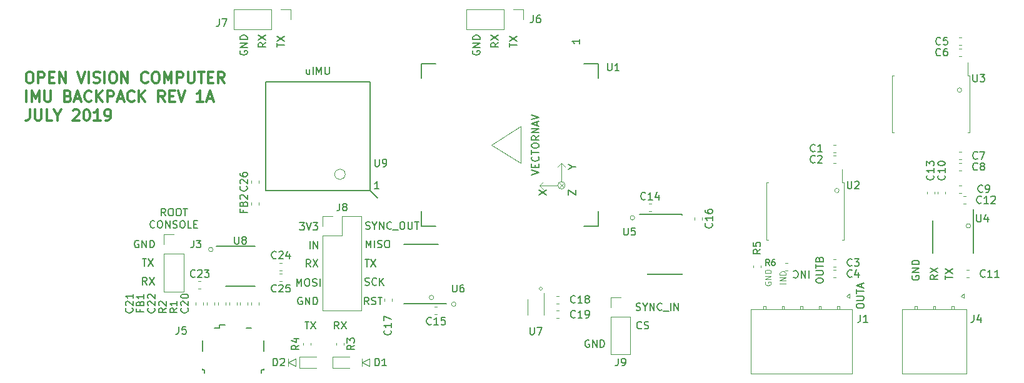
<source format=gbr>
G04 #@! TF.GenerationSoftware,KiCad,Pcbnew,6.0.0-unknown-772dff7~100~ubuntu18.04.1*
G04 #@! TF.CreationDate,2019-07-09T14:46:37+08:00*
G04 #@! TF.ProjectId,backpack,6261636b-7061-4636-9b2e-6b696361645f,rev?*
G04 #@! TF.SameCoordinates,Original*
G04 #@! TF.FileFunction,Legend,Top*
G04 #@! TF.FilePolarity,Positive*
%FSLAX46Y46*%
G04 Gerber Fmt 4.6, Leading zero omitted, Abs format (unit mm)*
G04 Created by KiCad (PCBNEW 6.0.0-unknown-772dff7~100~ubuntu18.04.1) date 2019-07-09 14:46:37*
%MOMM*%
%LPD*%
G04 APERTURE LIST*
%ADD10C,0.120000*%
%ADD11C,0.150000*%
%ADD12C,0.300000*%
G04 APERTURE END LIST*
D10*
X138700000Y-109700000D02*
G75*
G03X138700000Y-109700000I-300000J0D01*
G01*
D11*
X120859404Y-109700000D02*
X120764166Y-109652380D01*
X120621309Y-109652380D01*
X120478452Y-109700000D01*
X120383214Y-109795238D01*
X120335595Y-109890476D01*
X120287976Y-110080952D01*
X120287976Y-110223809D01*
X120335595Y-110414285D01*
X120383214Y-110509523D01*
X120478452Y-110604761D01*
X120621309Y-110652380D01*
X120716547Y-110652380D01*
X120859404Y-110604761D01*
X120907023Y-110557142D01*
X120907023Y-110223809D01*
X120716547Y-110223809D01*
X121335595Y-110652380D02*
X121335595Y-109652380D01*
X121907023Y-110652380D01*
X121907023Y-109652380D01*
X122383214Y-110652380D02*
X122383214Y-109652380D01*
X122621309Y-109652380D01*
X122764166Y-109700000D01*
X122859404Y-109795238D01*
X122907023Y-109890476D01*
X122954642Y-110080952D01*
X122954642Y-110223809D01*
X122907023Y-110414285D01*
X122859404Y-110509523D01*
X122764166Y-110604761D01*
X122621309Y-110652380D01*
X122383214Y-110652380D01*
D10*
X210200000Y-81600000D02*
G75*
G03X210200000Y-81600000I-300000J0D01*
G01*
X211400000Y-100000000D02*
G75*
G03X211400000Y-100000000I-300000J0D01*
G01*
X193600000Y-95200000D02*
G75*
G03X193600000Y-95200000I-300000J0D01*
G01*
X165900000Y-98900000D02*
G75*
G03X165900000Y-98900000I-300000J0D01*
G01*
X153400000Y-108500000D02*
G75*
G03X153400000Y-108500000I-200000J0D01*
G01*
X108800000Y-103200000D02*
G75*
G03X108800000Y-103200000I-300000J0D01*
G01*
X141700000Y-110600000D02*
G75*
G03X141700000Y-110600000I-300000J0D01*
G01*
D11*
X156952380Y-95833333D02*
X156952380Y-95166666D01*
X157952380Y-95833333D01*
X157952380Y-95166666D01*
X152952380Y-95833333D02*
X153952380Y-95166666D01*
X152952380Y-95166666D02*
X153952380Y-95833333D01*
X157476190Y-92000000D02*
X157952380Y-92000000D01*
X156952380Y-92333333D02*
X157476190Y-92000000D01*
X156952380Y-91666666D01*
D10*
X156300000Y-94200000D02*
X155700000Y-94800000D01*
X155700000Y-94200000D02*
X156300000Y-94800000D01*
X153000000Y-94500000D02*
X153500000Y-95000000D01*
X153000000Y-94500000D02*
X153500000Y-94000000D01*
X155500000Y-94500000D02*
X153000000Y-94500000D01*
X156000000Y-91500000D02*
X156500000Y-92000000D01*
X156000000Y-91500000D02*
X155500000Y-92000000D01*
X156000000Y-94000000D02*
X156000000Y-91500000D01*
X156500000Y-94500000D02*
G75*
G03X156500000Y-94500000I-500000J0D01*
G01*
X146500000Y-89000000D02*
X150500000Y-86500000D01*
X150500000Y-91500000D02*
X146500000Y-89000000D01*
X150500000Y-86500000D02*
X150500000Y-91500000D01*
X126707107Y-93000000D02*
G75*
G03X126707107Y-93000000I-707107J0D01*
G01*
D11*
X131285714Y-94952380D02*
X130714285Y-94952380D01*
X131000000Y-94952380D02*
X131000000Y-93952380D01*
X130904761Y-94095238D01*
X130809523Y-94190476D01*
X130714285Y-94238095D01*
D12*
X83837857Y-79128571D02*
X84123571Y-79128571D01*
X84266428Y-79200000D01*
X84409285Y-79342857D01*
X84480714Y-79628571D01*
X84480714Y-80128571D01*
X84409285Y-80414285D01*
X84266428Y-80557142D01*
X84123571Y-80628571D01*
X83837857Y-80628571D01*
X83695000Y-80557142D01*
X83552142Y-80414285D01*
X83480714Y-80128571D01*
X83480714Y-79628571D01*
X83552142Y-79342857D01*
X83695000Y-79200000D01*
X83837857Y-79128571D01*
X85123571Y-80628571D02*
X85123571Y-79128571D01*
X85695000Y-79128571D01*
X85837857Y-79200000D01*
X85909285Y-79271428D01*
X85980714Y-79414285D01*
X85980714Y-79628571D01*
X85909285Y-79771428D01*
X85837857Y-79842857D01*
X85695000Y-79914285D01*
X85123571Y-79914285D01*
X86623571Y-79842857D02*
X87123571Y-79842857D01*
X87337857Y-80628571D02*
X86623571Y-80628571D01*
X86623571Y-79128571D01*
X87337857Y-79128571D01*
X87980714Y-80628571D02*
X87980714Y-79128571D01*
X88837857Y-80628571D01*
X88837857Y-79128571D01*
X90480714Y-79128571D02*
X90980714Y-80628571D01*
X91480714Y-79128571D01*
X91980714Y-80628571D02*
X91980714Y-79128571D01*
X92623571Y-80557142D02*
X92837857Y-80628571D01*
X93195000Y-80628571D01*
X93337857Y-80557142D01*
X93409285Y-80485714D01*
X93480714Y-80342857D01*
X93480714Y-80200000D01*
X93409285Y-80057142D01*
X93337857Y-79985714D01*
X93195000Y-79914285D01*
X92909285Y-79842857D01*
X92766428Y-79771428D01*
X92695000Y-79700000D01*
X92623571Y-79557142D01*
X92623571Y-79414285D01*
X92695000Y-79271428D01*
X92766428Y-79200000D01*
X92909285Y-79128571D01*
X93266428Y-79128571D01*
X93480714Y-79200000D01*
X94123571Y-80628571D02*
X94123571Y-79128571D01*
X95123571Y-79128571D02*
X95409285Y-79128571D01*
X95552142Y-79200000D01*
X95695000Y-79342857D01*
X95766428Y-79628571D01*
X95766428Y-80128571D01*
X95695000Y-80414285D01*
X95552142Y-80557142D01*
X95409285Y-80628571D01*
X95123571Y-80628571D01*
X94980714Y-80557142D01*
X94837857Y-80414285D01*
X94766428Y-80128571D01*
X94766428Y-79628571D01*
X94837857Y-79342857D01*
X94980714Y-79200000D01*
X95123571Y-79128571D01*
X96409285Y-80628571D02*
X96409285Y-79128571D01*
X97266428Y-80628571D01*
X97266428Y-79128571D01*
X99980714Y-80485714D02*
X99909285Y-80557142D01*
X99695000Y-80628571D01*
X99552142Y-80628571D01*
X99337857Y-80557142D01*
X99195000Y-80414285D01*
X99123571Y-80271428D01*
X99052142Y-79985714D01*
X99052142Y-79771428D01*
X99123571Y-79485714D01*
X99195000Y-79342857D01*
X99337857Y-79200000D01*
X99552142Y-79128571D01*
X99695000Y-79128571D01*
X99909285Y-79200000D01*
X99980714Y-79271428D01*
X100909285Y-79128571D02*
X101195000Y-79128571D01*
X101337857Y-79200000D01*
X101480714Y-79342857D01*
X101552142Y-79628571D01*
X101552142Y-80128571D01*
X101480714Y-80414285D01*
X101337857Y-80557142D01*
X101195000Y-80628571D01*
X100909285Y-80628571D01*
X100766428Y-80557142D01*
X100623571Y-80414285D01*
X100552142Y-80128571D01*
X100552142Y-79628571D01*
X100623571Y-79342857D01*
X100766428Y-79200000D01*
X100909285Y-79128571D01*
X102195000Y-80628571D02*
X102195000Y-79128571D01*
X102695000Y-80200000D01*
X103195000Y-79128571D01*
X103195000Y-80628571D01*
X103909285Y-80628571D02*
X103909285Y-79128571D01*
X104480714Y-79128571D01*
X104623571Y-79200000D01*
X104695000Y-79271428D01*
X104766428Y-79414285D01*
X104766428Y-79628571D01*
X104695000Y-79771428D01*
X104623571Y-79842857D01*
X104480714Y-79914285D01*
X103909285Y-79914285D01*
X105409285Y-79128571D02*
X105409285Y-80342857D01*
X105480714Y-80485714D01*
X105552142Y-80557142D01*
X105695000Y-80628571D01*
X105980714Y-80628571D01*
X106123571Y-80557142D01*
X106195000Y-80485714D01*
X106266428Y-80342857D01*
X106266428Y-79128571D01*
X106766428Y-79128571D02*
X107623571Y-79128571D01*
X107195000Y-80628571D02*
X107195000Y-79128571D01*
X108123571Y-79842857D02*
X108623571Y-79842857D01*
X108837857Y-80628571D02*
X108123571Y-80628571D01*
X108123571Y-79128571D01*
X108837857Y-79128571D01*
X110337857Y-80628571D02*
X109837857Y-79914285D01*
X109480714Y-80628571D02*
X109480714Y-79128571D01*
X110052142Y-79128571D01*
X110195000Y-79200000D01*
X110266428Y-79271428D01*
X110337857Y-79414285D01*
X110337857Y-79628571D01*
X110266428Y-79771428D01*
X110195000Y-79842857D01*
X110052142Y-79914285D01*
X109480714Y-79914285D01*
X83552142Y-83178571D02*
X83552142Y-81678571D01*
X84266428Y-83178571D02*
X84266428Y-81678571D01*
X84766428Y-82750000D01*
X85266428Y-81678571D01*
X85266428Y-83178571D01*
X85980714Y-81678571D02*
X85980714Y-82892857D01*
X86052142Y-83035714D01*
X86123571Y-83107142D01*
X86266428Y-83178571D01*
X86552142Y-83178571D01*
X86695000Y-83107142D01*
X86766428Y-83035714D01*
X86837857Y-82892857D01*
X86837857Y-81678571D01*
X89195000Y-82392857D02*
X89409285Y-82464285D01*
X89480714Y-82535714D01*
X89552142Y-82678571D01*
X89552142Y-82892857D01*
X89480714Y-83035714D01*
X89409285Y-83107142D01*
X89266428Y-83178571D01*
X88695000Y-83178571D01*
X88695000Y-81678571D01*
X89195000Y-81678571D01*
X89337857Y-81750000D01*
X89409285Y-81821428D01*
X89480714Y-81964285D01*
X89480714Y-82107142D01*
X89409285Y-82250000D01*
X89337857Y-82321428D01*
X89195000Y-82392857D01*
X88695000Y-82392857D01*
X90123571Y-82750000D02*
X90837857Y-82750000D01*
X89980714Y-83178571D02*
X90480714Y-81678571D01*
X90980714Y-83178571D01*
X92337857Y-83035714D02*
X92266428Y-83107142D01*
X92052142Y-83178571D01*
X91909285Y-83178571D01*
X91695000Y-83107142D01*
X91552142Y-82964285D01*
X91480714Y-82821428D01*
X91409285Y-82535714D01*
X91409285Y-82321428D01*
X91480714Y-82035714D01*
X91552142Y-81892857D01*
X91695000Y-81750000D01*
X91909285Y-81678571D01*
X92052142Y-81678571D01*
X92266428Y-81750000D01*
X92337857Y-81821428D01*
X92980714Y-83178571D02*
X92980714Y-81678571D01*
X93837857Y-83178571D02*
X93195000Y-82321428D01*
X93837857Y-81678571D02*
X92980714Y-82535714D01*
X94480714Y-83178571D02*
X94480714Y-81678571D01*
X95052142Y-81678571D01*
X95195000Y-81750000D01*
X95266428Y-81821428D01*
X95337857Y-81964285D01*
X95337857Y-82178571D01*
X95266428Y-82321428D01*
X95195000Y-82392857D01*
X95052142Y-82464285D01*
X94480714Y-82464285D01*
X95909285Y-82750000D02*
X96623571Y-82750000D01*
X95766428Y-83178571D02*
X96266428Y-81678571D01*
X96766428Y-83178571D01*
X98123571Y-83035714D02*
X98052142Y-83107142D01*
X97837857Y-83178571D01*
X97695000Y-83178571D01*
X97480714Y-83107142D01*
X97337857Y-82964285D01*
X97266428Y-82821428D01*
X97195000Y-82535714D01*
X97195000Y-82321428D01*
X97266428Y-82035714D01*
X97337857Y-81892857D01*
X97480714Y-81750000D01*
X97695000Y-81678571D01*
X97837857Y-81678571D01*
X98052142Y-81750000D01*
X98123571Y-81821428D01*
X98766428Y-83178571D02*
X98766428Y-81678571D01*
X99623571Y-83178571D02*
X98980714Y-82321428D01*
X99623571Y-81678571D02*
X98766428Y-82535714D01*
X102266428Y-83178571D02*
X101766428Y-82464285D01*
X101409285Y-83178571D02*
X101409285Y-81678571D01*
X101980714Y-81678571D01*
X102123571Y-81750000D01*
X102195000Y-81821428D01*
X102266428Y-81964285D01*
X102266428Y-82178571D01*
X102195000Y-82321428D01*
X102123571Y-82392857D01*
X101980714Y-82464285D01*
X101409285Y-82464285D01*
X102909285Y-82392857D02*
X103409285Y-82392857D01*
X103623571Y-83178571D02*
X102909285Y-83178571D01*
X102909285Y-81678571D01*
X103623571Y-81678571D01*
X104052142Y-81678571D02*
X104552142Y-83178571D01*
X105052142Y-81678571D01*
X107480714Y-83178571D02*
X106623571Y-83178571D01*
X107052142Y-83178571D02*
X107052142Y-81678571D01*
X106909285Y-81892857D01*
X106766428Y-82035714D01*
X106623571Y-82107142D01*
X108052142Y-82750000D02*
X108766428Y-82750000D01*
X107909285Y-83178571D02*
X108409285Y-81678571D01*
X108909285Y-83178571D01*
X83980714Y-84228571D02*
X83980714Y-85300000D01*
X83909285Y-85514285D01*
X83766428Y-85657142D01*
X83552142Y-85728571D01*
X83409285Y-85728571D01*
X84695000Y-84228571D02*
X84695000Y-85442857D01*
X84766428Y-85585714D01*
X84837857Y-85657142D01*
X84980714Y-85728571D01*
X85266428Y-85728571D01*
X85409285Y-85657142D01*
X85480714Y-85585714D01*
X85552142Y-85442857D01*
X85552142Y-84228571D01*
X86980714Y-85728571D02*
X86266428Y-85728571D01*
X86266428Y-84228571D01*
X87766428Y-85014285D02*
X87766428Y-85728571D01*
X87266428Y-84228571D02*
X87766428Y-85014285D01*
X88266428Y-84228571D01*
X89837857Y-84371428D02*
X89909285Y-84300000D01*
X90052142Y-84228571D01*
X90409285Y-84228571D01*
X90552142Y-84300000D01*
X90623571Y-84371428D01*
X90695000Y-84514285D01*
X90695000Y-84657142D01*
X90623571Y-84871428D01*
X89766428Y-85728571D01*
X90695000Y-85728571D01*
X91623571Y-84228571D02*
X91766428Y-84228571D01*
X91909285Y-84300000D01*
X91980714Y-84371428D01*
X92052142Y-84514285D01*
X92123571Y-84800000D01*
X92123571Y-85157142D01*
X92052142Y-85442857D01*
X91980714Y-85585714D01*
X91909285Y-85657142D01*
X91766428Y-85728571D01*
X91623571Y-85728571D01*
X91480714Y-85657142D01*
X91409285Y-85585714D01*
X91337857Y-85442857D01*
X91266428Y-85157142D01*
X91266428Y-84800000D01*
X91337857Y-84514285D01*
X91409285Y-84371428D01*
X91480714Y-84300000D01*
X91623571Y-84228571D01*
X93552142Y-85728571D02*
X92695000Y-85728571D01*
X93123571Y-85728571D02*
X93123571Y-84228571D01*
X92980714Y-84442857D01*
X92837857Y-84585714D01*
X92695000Y-84657142D01*
X94266428Y-85728571D02*
X94552142Y-85728571D01*
X94695000Y-85657142D01*
X94766428Y-85585714D01*
X94909285Y-85371428D01*
X94980714Y-85085714D01*
X94980714Y-84514285D01*
X94909285Y-84371428D01*
X94837857Y-84300000D01*
X94695000Y-84228571D01*
X94409285Y-84228571D01*
X94266428Y-84300000D01*
X94195000Y-84371428D01*
X94123571Y-84514285D01*
X94123571Y-84871428D01*
X94195000Y-85014285D01*
X94266428Y-85085714D01*
X94409285Y-85157142D01*
X94695000Y-85157142D01*
X94837857Y-85085714D01*
X94909285Y-85014285D01*
X94980714Y-84871428D01*
D10*
X119000000Y-118500000D02*
X120000000Y-118000000D01*
X120000000Y-119000000D02*
X119000000Y-118500000D01*
X119000000Y-119000000D02*
X119000000Y-118500000D01*
X119000000Y-118000000D02*
X119000000Y-119000000D01*
X120000000Y-118000000D02*
X120000000Y-119000000D01*
X130000000Y-119000000D02*
X129000000Y-118500000D01*
X130000000Y-118000000D02*
X130000000Y-119000000D01*
X129000000Y-118500000D02*
X130000000Y-118000000D01*
X129000000Y-119000000D02*
X129000000Y-118500000D01*
X129000000Y-118000000D02*
X129000000Y-119000000D01*
D11*
X121880952Y-78785714D02*
X121880952Y-79452380D01*
X121452380Y-78785714D02*
X121452380Y-79309523D01*
X121500000Y-79404761D01*
X121595238Y-79452380D01*
X121738095Y-79452380D01*
X121833333Y-79404761D01*
X121880952Y-79357142D01*
X122357142Y-79452380D02*
X122357142Y-78452380D01*
X122833333Y-79452380D02*
X122833333Y-78452380D01*
X123166666Y-79166666D01*
X123500000Y-78452380D01*
X123500000Y-79452380D01*
X123976190Y-78452380D02*
X123976190Y-79261904D01*
X124023809Y-79357142D01*
X124071428Y-79404761D01*
X124166666Y-79452380D01*
X124357142Y-79452380D01*
X124452380Y-79404761D01*
X124500000Y-79357142D01*
X124547619Y-79261904D01*
X124547619Y-78452380D01*
X158452380Y-74714285D02*
X158452380Y-75285714D01*
X158452380Y-75000000D02*
X157452380Y-75000000D01*
X157595238Y-75095238D01*
X157690476Y-75190476D01*
X157738095Y-75285714D01*
X151952380Y-93071428D02*
X152952380Y-92738095D01*
X151952380Y-92404761D01*
X152428571Y-92071428D02*
X152428571Y-91738095D01*
X152952380Y-91595238D02*
X152952380Y-92071428D01*
X151952380Y-92071428D01*
X151952380Y-91595238D01*
X152857142Y-90595238D02*
X152904761Y-90642857D01*
X152952380Y-90785714D01*
X152952380Y-90880952D01*
X152904761Y-91023809D01*
X152809523Y-91119047D01*
X152714285Y-91166666D01*
X152523809Y-91214285D01*
X152380952Y-91214285D01*
X152190476Y-91166666D01*
X152095238Y-91119047D01*
X152000000Y-91023809D01*
X151952380Y-90880952D01*
X151952380Y-90785714D01*
X152000000Y-90642857D01*
X152047619Y-90595238D01*
X151952380Y-90309523D02*
X151952380Y-89738095D01*
X152952380Y-90023809D02*
X151952380Y-90023809D01*
X151952380Y-89214285D02*
X151952380Y-89023809D01*
X152000000Y-88928571D01*
X152095238Y-88833333D01*
X152285714Y-88785714D01*
X152619047Y-88785714D01*
X152809523Y-88833333D01*
X152904761Y-88928571D01*
X152952380Y-89023809D01*
X152952380Y-89214285D01*
X152904761Y-89309523D01*
X152809523Y-89404761D01*
X152619047Y-89452380D01*
X152285714Y-89452380D01*
X152095238Y-89404761D01*
X152000000Y-89309523D01*
X151952380Y-89214285D01*
X152952380Y-87785714D02*
X152476190Y-88119047D01*
X152952380Y-88357142D02*
X151952380Y-88357142D01*
X151952380Y-87976190D01*
X152000000Y-87880952D01*
X152047619Y-87833333D01*
X152142857Y-87785714D01*
X152285714Y-87785714D01*
X152380952Y-87833333D01*
X152428571Y-87880952D01*
X152476190Y-87976190D01*
X152476190Y-88357142D01*
X152952380Y-87357142D02*
X151952380Y-87357142D01*
X152952380Y-86785714D01*
X151952380Y-86785714D01*
X152666666Y-86357142D02*
X152666666Y-85880952D01*
X152952380Y-86452380D02*
X151952380Y-86119047D01*
X152952380Y-85785714D01*
X151952380Y-85595238D02*
X152952380Y-85261904D01*
X151952380Y-84928571D01*
X102380952Y-98627380D02*
X102047619Y-98151190D01*
X101809523Y-98627380D02*
X101809523Y-97627380D01*
X102190476Y-97627380D01*
X102285714Y-97675000D01*
X102333333Y-97722619D01*
X102380952Y-97817857D01*
X102380952Y-97960714D01*
X102333333Y-98055952D01*
X102285714Y-98103571D01*
X102190476Y-98151190D01*
X101809523Y-98151190D01*
X103000000Y-97627380D02*
X103190476Y-97627380D01*
X103285714Y-97675000D01*
X103380952Y-97770238D01*
X103428571Y-97960714D01*
X103428571Y-98294047D01*
X103380952Y-98484523D01*
X103285714Y-98579761D01*
X103190476Y-98627380D01*
X103000000Y-98627380D01*
X102904761Y-98579761D01*
X102809523Y-98484523D01*
X102761904Y-98294047D01*
X102761904Y-97960714D01*
X102809523Y-97770238D01*
X102904761Y-97675000D01*
X103000000Y-97627380D01*
X104047619Y-97627380D02*
X104238095Y-97627380D01*
X104333333Y-97675000D01*
X104428571Y-97770238D01*
X104476190Y-97960714D01*
X104476190Y-98294047D01*
X104428571Y-98484523D01*
X104333333Y-98579761D01*
X104238095Y-98627380D01*
X104047619Y-98627380D01*
X103952380Y-98579761D01*
X103857142Y-98484523D01*
X103809523Y-98294047D01*
X103809523Y-97960714D01*
X103857142Y-97770238D01*
X103952380Y-97675000D01*
X104047619Y-97627380D01*
X104761904Y-97627380D02*
X105333333Y-97627380D01*
X105047619Y-98627380D02*
X105047619Y-97627380D01*
X100904761Y-100182142D02*
X100857142Y-100229761D01*
X100714285Y-100277380D01*
X100619047Y-100277380D01*
X100476190Y-100229761D01*
X100380952Y-100134523D01*
X100333333Y-100039285D01*
X100285714Y-99848809D01*
X100285714Y-99705952D01*
X100333333Y-99515476D01*
X100380952Y-99420238D01*
X100476190Y-99325000D01*
X100619047Y-99277380D01*
X100714285Y-99277380D01*
X100857142Y-99325000D01*
X100904761Y-99372619D01*
X101523809Y-99277380D02*
X101714285Y-99277380D01*
X101809523Y-99325000D01*
X101904761Y-99420238D01*
X101952380Y-99610714D01*
X101952380Y-99944047D01*
X101904761Y-100134523D01*
X101809523Y-100229761D01*
X101714285Y-100277380D01*
X101523809Y-100277380D01*
X101428571Y-100229761D01*
X101333333Y-100134523D01*
X101285714Y-99944047D01*
X101285714Y-99610714D01*
X101333333Y-99420238D01*
X101428571Y-99325000D01*
X101523809Y-99277380D01*
X102380952Y-100277380D02*
X102380952Y-99277380D01*
X102952380Y-100277380D01*
X102952380Y-99277380D01*
X103380952Y-100229761D02*
X103523809Y-100277380D01*
X103761904Y-100277380D01*
X103857142Y-100229761D01*
X103904761Y-100182142D01*
X103952380Y-100086904D01*
X103952380Y-99991666D01*
X103904761Y-99896428D01*
X103857142Y-99848809D01*
X103761904Y-99801190D01*
X103571428Y-99753571D01*
X103476190Y-99705952D01*
X103428571Y-99658333D01*
X103380952Y-99563095D01*
X103380952Y-99467857D01*
X103428571Y-99372619D01*
X103476190Y-99325000D01*
X103571428Y-99277380D01*
X103809523Y-99277380D01*
X103952380Y-99325000D01*
X104571428Y-99277380D02*
X104761904Y-99277380D01*
X104857142Y-99325000D01*
X104952380Y-99420238D01*
X105000000Y-99610714D01*
X105000000Y-99944047D01*
X104952380Y-100134523D01*
X104857142Y-100229761D01*
X104761904Y-100277380D01*
X104571428Y-100277380D01*
X104476190Y-100229761D01*
X104380952Y-100134523D01*
X104333333Y-99944047D01*
X104333333Y-99610714D01*
X104380952Y-99420238D01*
X104476190Y-99325000D01*
X104571428Y-99277380D01*
X105904761Y-100277380D02*
X105428571Y-100277380D01*
X105428571Y-99277380D01*
X106238095Y-99753571D02*
X106571428Y-99753571D01*
X106714285Y-100277380D02*
X106238095Y-100277380D01*
X106238095Y-99277380D01*
X106714285Y-99277380D01*
X99833333Y-107952380D02*
X99500000Y-107476190D01*
X99261904Y-107952380D02*
X99261904Y-106952380D01*
X99642857Y-106952380D01*
X99738095Y-107000000D01*
X99785714Y-107047619D01*
X99833333Y-107142857D01*
X99833333Y-107285714D01*
X99785714Y-107380952D01*
X99738095Y-107428571D01*
X99642857Y-107476190D01*
X99261904Y-107476190D01*
X100166666Y-106952380D02*
X100833333Y-107952380D01*
X100833333Y-106952380D02*
X100166666Y-107952380D01*
X99238095Y-104452380D02*
X99809523Y-104452380D01*
X99523809Y-105452380D02*
X99523809Y-104452380D01*
X100047619Y-104452380D02*
X100714285Y-105452380D01*
X100714285Y-104452380D02*
X100047619Y-105452380D01*
X98738095Y-102000000D02*
X98642857Y-101952380D01*
X98500000Y-101952380D01*
X98357142Y-102000000D01*
X98261904Y-102095238D01*
X98214285Y-102190476D01*
X98166666Y-102380952D01*
X98166666Y-102523809D01*
X98214285Y-102714285D01*
X98261904Y-102809523D01*
X98357142Y-102904761D01*
X98500000Y-102952380D01*
X98595238Y-102952380D01*
X98738095Y-102904761D01*
X98785714Y-102857142D01*
X98785714Y-102523809D01*
X98595238Y-102523809D01*
X99214285Y-102952380D02*
X99214285Y-101952380D01*
X99785714Y-102952380D01*
X99785714Y-101952380D01*
X100261904Y-102952380D02*
X100261904Y-101952380D01*
X100500000Y-101952380D01*
X100642857Y-102000000D01*
X100738095Y-102095238D01*
X100785714Y-102190476D01*
X100833333Y-102380952D01*
X100833333Y-102523809D01*
X100785714Y-102714285D01*
X100738095Y-102809523D01*
X100642857Y-102904761D01*
X100500000Y-102952380D01*
X100261904Y-102952380D01*
X115952380Y-75166666D02*
X115476190Y-75500000D01*
X115952380Y-75738095D02*
X114952380Y-75738095D01*
X114952380Y-75357142D01*
X115000000Y-75261904D01*
X115047619Y-75214285D01*
X115142857Y-75166666D01*
X115285714Y-75166666D01*
X115380952Y-75214285D01*
X115428571Y-75261904D01*
X115476190Y-75357142D01*
X115476190Y-75738095D01*
X114952380Y-74833333D02*
X115952380Y-74166666D01*
X114952380Y-74166666D02*
X115952380Y-74833333D01*
X112500000Y-76261904D02*
X112452380Y-76357142D01*
X112452380Y-76500000D01*
X112500000Y-76642857D01*
X112595238Y-76738095D01*
X112690476Y-76785714D01*
X112880952Y-76833333D01*
X113023809Y-76833333D01*
X113214285Y-76785714D01*
X113309523Y-76738095D01*
X113404761Y-76642857D01*
X113452380Y-76500000D01*
X113452380Y-76404761D01*
X113404761Y-76261904D01*
X113357142Y-76214285D01*
X113023809Y-76214285D01*
X113023809Y-76404761D01*
X113452380Y-75785714D02*
X112452380Y-75785714D01*
X113452380Y-75214285D01*
X112452380Y-75214285D01*
X113452380Y-74738095D02*
X112452380Y-74738095D01*
X112452380Y-74500000D01*
X112500000Y-74357142D01*
X112595238Y-74261904D01*
X112690476Y-74214285D01*
X112880952Y-74166666D01*
X113023809Y-74166666D01*
X113214285Y-74214285D01*
X113309523Y-74261904D01*
X113404761Y-74357142D01*
X113452380Y-74500000D01*
X113452380Y-74738095D01*
X117452380Y-75761904D02*
X117452380Y-75190476D01*
X118452380Y-75476190D02*
X117452380Y-75476190D01*
X117452380Y-74952380D02*
X118452380Y-74285714D01*
X117452380Y-74285714D02*
X118452380Y-74952380D01*
X148952380Y-75761904D02*
X148952380Y-75190476D01*
X149952380Y-75476190D02*
X148952380Y-75476190D01*
X148952380Y-74952380D02*
X149952380Y-74285714D01*
X148952380Y-74285714D02*
X149952380Y-74952380D01*
X147452380Y-75166666D02*
X146976190Y-75500000D01*
X147452380Y-75738095D02*
X146452380Y-75738095D01*
X146452380Y-75357142D01*
X146500000Y-75261904D01*
X146547619Y-75214285D01*
X146642857Y-75166666D01*
X146785714Y-75166666D01*
X146880952Y-75214285D01*
X146928571Y-75261904D01*
X146976190Y-75357142D01*
X146976190Y-75738095D01*
X146452380Y-74833333D02*
X147452380Y-74166666D01*
X146452380Y-74166666D02*
X147452380Y-74833333D01*
X144000000Y-76261904D02*
X143952380Y-76357142D01*
X143952380Y-76500000D01*
X144000000Y-76642857D01*
X144095238Y-76738095D01*
X144190476Y-76785714D01*
X144380952Y-76833333D01*
X144523809Y-76833333D01*
X144714285Y-76785714D01*
X144809523Y-76738095D01*
X144904761Y-76642857D01*
X144952380Y-76500000D01*
X144952380Y-76404761D01*
X144904761Y-76261904D01*
X144857142Y-76214285D01*
X144523809Y-76214285D01*
X144523809Y-76404761D01*
X144952380Y-75785714D02*
X143952380Y-75785714D01*
X144952380Y-75214285D01*
X143952380Y-75214285D01*
X144952380Y-74738095D02*
X143952380Y-74738095D01*
X143952380Y-74500000D01*
X144000000Y-74357142D01*
X144095238Y-74261904D01*
X144190476Y-74214285D01*
X144380952Y-74166666D01*
X144523809Y-74166666D01*
X144714285Y-74214285D01*
X144809523Y-74261904D01*
X144904761Y-74357142D01*
X144952380Y-74500000D01*
X144952380Y-74738095D01*
X166119047Y-111404761D02*
X166261904Y-111452380D01*
X166500000Y-111452380D01*
X166595238Y-111404761D01*
X166642857Y-111357142D01*
X166690476Y-111261904D01*
X166690476Y-111166666D01*
X166642857Y-111071428D01*
X166595238Y-111023809D01*
X166500000Y-110976190D01*
X166309523Y-110928571D01*
X166214285Y-110880952D01*
X166166666Y-110833333D01*
X166119047Y-110738095D01*
X166119047Y-110642857D01*
X166166666Y-110547619D01*
X166214285Y-110500000D01*
X166309523Y-110452380D01*
X166547619Y-110452380D01*
X166690476Y-110500000D01*
X167309523Y-110976190D02*
X167309523Y-111452380D01*
X166976190Y-110452380D02*
X167309523Y-110976190D01*
X167642857Y-110452380D01*
X167976190Y-111452380D02*
X167976190Y-110452380D01*
X168547619Y-111452380D01*
X168547619Y-110452380D01*
X169595238Y-111357142D02*
X169547619Y-111404761D01*
X169404761Y-111452380D01*
X169309523Y-111452380D01*
X169166666Y-111404761D01*
X169071428Y-111309523D01*
X169023809Y-111214285D01*
X168976190Y-111023809D01*
X168976190Y-110880952D01*
X169023809Y-110690476D01*
X169071428Y-110595238D01*
X169166666Y-110500000D01*
X169309523Y-110452380D01*
X169404761Y-110452380D01*
X169547619Y-110500000D01*
X169595238Y-110547619D01*
X169785714Y-111547619D02*
X170547619Y-111547619D01*
X170785714Y-111452380D02*
X170785714Y-110452380D01*
X171261904Y-111452380D02*
X171261904Y-110452380D01*
X171833333Y-111452380D01*
X171833333Y-110452380D01*
X166833333Y-113857142D02*
X166785714Y-113904761D01*
X166642857Y-113952380D01*
X166547619Y-113952380D01*
X166404761Y-113904761D01*
X166309523Y-113809523D01*
X166261904Y-113714285D01*
X166214285Y-113523809D01*
X166214285Y-113380952D01*
X166261904Y-113190476D01*
X166309523Y-113095238D01*
X166404761Y-113000000D01*
X166547619Y-112952380D01*
X166642857Y-112952380D01*
X166785714Y-113000000D01*
X166833333Y-113047619D01*
X167214285Y-113904761D02*
X167357142Y-113952380D01*
X167595238Y-113952380D01*
X167690476Y-113904761D01*
X167738095Y-113857142D01*
X167785714Y-113761904D01*
X167785714Y-113666666D01*
X167738095Y-113571428D01*
X167690476Y-113523809D01*
X167595238Y-113476190D01*
X167404761Y-113428571D01*
X167309523Y-113380952D01*
X167261904Y-113333333D01*
X167214285Y-113238095D01*
X167214285Y-113142857D01*
X167261904Y-113047619D01*
X167309523Y-113000000D01*
X167404761Y-112952380D01*
X167642857Y-112952380D01*
X167785714Y-113000000D01*
X159738095Y-115500000D02*
X159642857Y-115452380D01*
X159500000Y-115452380D01*
X159357142Y-115500000D01*
X159261904Y-115595238D01*
X159214285Y-115690476D01*
X159166666Y-115880952D01*
X159166666Y-116023809D01*
X159214285Y-116214285D01*
X159261904Y-116309523D01*
X159357142Y-116404761D01*
X159500000Y-116452380D01*
X159595238Y-116452380D01*
X159738095Y-116404761D01*
X159785714Y-116357142D01*
X159785714Y-116023809D01*
X159595238Y-116023809D01*
X160214285Y-116452380D02*
X160214285Y-115452380D01*
X160785714Y-116452380D01*
X160785714Y-115452380D01*
X161261904Y-116452380D02*
X161261904Y-115452380D01*
X161500000Y-115452380D01*
X161642857Y-115500000D01*
X161738095Y-115595238D01*
X161785714Y-115690476D01*
X161833333Y-115880952D01*
X161833333Y-116023809D01*
X161785714Y-116214285D01*
X161738095Y-116309523D01*
X161642857Y-116404761D01*
X161500000Y-116452380D01*
X161261904Y-116452380D01*
X207952380Y-107261904D02*
X207952380Y-106690476D01*
X208952380Y-106976190D02*
X207952380Y-106976190D01*
X207952380Y-106452380D02*
X208952380Y-105785714D01*
X207952380Y-105785714D02*
X208952380Y-106452380D01*
X206952380Y-106666666D02*
X206476190Y-107000000D01*
X206952380Y-107238095D02*
X205952380Y-107238095D01*
X205952380Y-106857142D01*
X206000000Y-106761904D01*
X206047619Y-106714285D01*
X206142857Y-106666666D01*
X206285714Y-106666666D01*
X206380952Y-106714285D01*
X206428571Y-106761904D01*
X206476190Y-106857142D01*
X206476190Y-107238095D01*
X205952380Y-106333333D02*
X206952380Y-105666666D01*
X205952380Y-105666666D02*
X206952380Y-106333333D01*
X203500000Y-106761904D02*
X203452380Y-106857142D01*
X203452380Y-107000000D01*
X203500000Y-107142857D01*
X203595238Y-107238095D01*
X203690476Y-107285714D01*
X203880952Y-107333333D01*
X204023809Y-107333333D01*
X204214285Y-107285714D01*
X204309523Y-107238095D01*
X204404761Y-107142857D01*
X204452380Y-107000000D01*
X204452380Y-106904761D01*
X204404761Y-106761904D01*
X204357142Y-106714285D01*
X204023809Y-106714285D01*
X204023809Y-106904761D01*
X204452380Y-106285714D02*
X203452380Y-106285714D01*
X204452380Y-105714285D01*
X203452380Y-105714285D01*
X204452380Y-105238095D02*
X203452380Y-105238095D01*
X203452380Y-105000000D01*
X203500000Y-104857142D01*
X203595238Y-104761904D01*
X203690476Y-104714285D01*
X203880952Y-104666666D01*
X204023809Y-104666666D01*
X204214285Y-104714285D01*
X204309523Y-104761904D01*
X204404761Y-104857142D01*
X204452380Y-105000000D01*
X204452380Y-105238095D01*
X195952380Y-110928571D02*
X195952380Y-110738095D01*
X196000000Y-110642857D01*
X196095238Y-110547619D01*
X196285714Y-110500000D01*
X196619047Y-110500000D01*
X196809523Y-110547619D01*
X196904761Y-110642857D01*
X196952380Y-110738095D01*
X196952380Y-110928571D01*
X196904761Y-111023809D01*
X196809523Y-111119047D01*
X196619047Y-111166666D01*
X196285714Y-111166666D01*
X196095238Y-111119047D01*
X196000000Y-111023809D01*
X195952380Y-110928571D01*
X195952380Y-110071428D02*
X196761904Y-110071428D01*
X196857142Y-110023809D01*
X196904761Y-109976190D01*
X196952380Y-109880952D01*
X196952380Y-109690476D01*
X196904761Y-109595238D01*
X196857142Y-109547619D01*
X196761904Y-109500000D01*
X195952380Y-109500000D01*
X195952380Y-109166666D02*
X195952380Y-108595238D01*
X196952380Y-108880952D02*
X195952380Y-108880952D01*
X196666666Y-108309523D02*
X196666666Y-107833333D01*
X196952380Y-108404761D02*
X195952380Y-108071428D01*
X196952380Y-107738095D01*
X190452380Y-107500000D02*
X190452380Y-107309523D01*
X190500000Y-107214285D01*
X190595238Y-107119047D01*
X190785714Y-107071428D01*
X191119047Y-107071428D01*
X191309523Y-107119047D01*
X191404761Y-107214285D01*
X191452380Y-107309523D01*
X191452380Y-107500000D01*
X191404761Y-107595238D01*
X191309523Y-107690476D01*
X191119047Y-107738095D01*
X190785714Y-107738095D01*
X190595238Y-107690476D01*
X190500000Y-107595238D01*
X190452380Y-107500000D01*
X190452380Y-106642857D02*
X191261904Y-106642857D01*
X191357142Y-106595238D01*
X191404761Y-106547619D01*
X191452380Y-106452380D01*
X191452380Y-106261904D01*
X191404761Y-106166666D01*
X191357142Y-106119047D01*
X191261904Y-106071428D01*
X190452380Y-106071428D01*
X190452380Y-105738095D02*
X190452380Y-105166666D01*
X191452380Y-105452380D02*
X190452380Y-105452380D01*
X190928571Y-104500000D02*
X190976190Y-104357142D01*
X191023809Y-104309523D01*
X191119047Y-104261904D01*
X191261904Y-104261904D01*
X191357142Y-104309523D01*
X191404761Y-104357142D01*
X191452380Y-104452380D01*
X191452380Y-104833333D01*
X190452380Y-104833333D01*
X190452380Y-104500000D01*
X190500000Y-104404761D01*
X190547619Y-104357142D01*
X190642857Y-104309523D01*
X190738095Y-104309523D01*
X190833333Y-104357142D01*
X190880952Y-104404761D01*
X190928571Y-104500000D01*
X190928571Y-104833333D01*
X189523809Y-106047619D02*
X189523809Y-107047619D01*
X189047619Y-106047619D02*
X189047619Y-107047619D01*
X188476190Y-106047619D01*
X188476190Y-107047619D01*
X187428571Y-106142857D02*
X187476190Y-106095238D01*
X187619047Y-106047619D01*
X187714285Y-106047619D01*
X187857142Y-106095238D01*
X187952380Y-106190476D01*
X188000000Y-106285714D01*
X188047619Y-106476190D01*
X188047619Y-106619047D01*
X188000000Y-106809523D01*
X187952380Y-106904761D01*
X187857142Y-107000000D01*
X187714285Y-107047619D01*
X187619047Y-107047619D01*
X187476190Y-107000000D01*
X187428571Y-106952380D01*
D10*
X186361904Y-107819047D02*
X185561904Y-107819047D01*
X186361904Y-107438095D02*
X185561904Y-107438095D01*
X186361904Y-106980952D01*
X185561904Y-106980952D01*
X186361904Y-106600000D02*
X185561904Y-106600000D01*
X185561904Y-106409523D01*
X185600000Y-106295238D01*
X185676190Y-106219047D01*
X185752380Y-106180952D01*
X185904761Y-106142857D01*
X186019047Y-106142857D01*
X186171428Y-106180952D01*
X186247619Y-106219047D01*
X186323809Y-106295238D01*
X186361904Y-106409523D01*
X186361904Y-106600000D01*
X183600000Y-107609523D02*
X183561904Y-107685714D01*
X183561904Y-107800000D01*
X183600000Y-107914285D01*
X183676190Y-107990476D01*
X183752380Y-108028571D01*
X183904761Y-108066666D01*
X184019047Y-108066666D01*
X184171428Y-108028571D01*
X184247619Y-107990476D01*
X184323809Y-107914285D01*
X184361904Y-107800000D01*
X184361904Y-107723809D01*
X184323809Y-107609523D01*
X184285714Y-107571428D01*
X184019047Y-107571428D01*
X184019047Y-107723809D01*
X184361904Y-107228571D02*
X183561904Y-107228571D01*
X184361904Y-106771428D01*
X183561904Y-106771428D01*
X184361904Y-106390476D02*
X183561904Y-106390476D01*
X183561904Y-106200000D01*
X183600000Y-106085714D01*
X183676190Y-106009523D01*
X183752380Y-105971428D01*
X183904761Y-105933333D01*
X184019047Y-105933333D01*
X184171428Y-105971428D01*
X184247619Y-106009523D01*
X184323809Y-106085714D01*
X184361904Y-106200000D01*
X184361904Y-106390476D01*
D11*
X129907023Y-110652380D02*
X129573690Y-110176190D01*
X129335595Y-110652380D02*
X129335595Y-109652380D01*
X129716547Y-109652380D01*
X129811785Y-109700000D01*
X129859404Y-109747619D01*
X129907023Y-109842857D01*
X129907023Y-109985714D01*
X129859404Y-110080952D01*
X129811785Y-110128571D01*
X129716547Y-110176190D01*
X129335595Y-110176190D01*
X130287976Y-110604761D02*
X130430833Y-110652380D01*
X130668928Y-110652380D01*
X130764166Y-110604761D01*
X130811785Y-110557142D01*
X130859404Y-110461904D01*
X130859404Y-110366666D01*
X130811785Y-110271428D01*
X130764166Y-110223809D01*
X130668928Y-110176190D01*
X130478452Y-110128571D01*
X130383214Y-110080952D01*
X130335595Y-110033333D01*
X130287976Y-109938095D01*
X130287976Y-109842857D01*
X130335595Y-109747619D01*
X130383214Y-109700000D01*
X130478452Y-109652380D01*
X130716547Y-109652380D01*
X130859404Y-109700000D01*
X131145119Y-109652380D02*
X131716547Y-109652380D01*
X131430833Y-110652380D02*
X131430833Y-109652380D01*
X129387976Y-108004761D02*
X129530833Y-108052380D01*
X129768928Y-108052380D01*
X129864166Y-108004761D01*
X129911785Y-107957142D01*
X129959404Y-107861904D01*
X129959404Y-107766666D01*
X129911785Y-107671428D01*
X129864166Y-107623809D01*
X129768928Y-107576190D01*
X129578452Y-107528571D01*
X129483214Y-107480952D01*
X129435595Y-107433333D01*
X129387976Y-107338095D01*
X129387976Y-107242857D01*
X129435595Y-107147619D01*
X129483214Y-107100000D01*
X129578452Y-107052380D01*
X129816547Y-107052380D01*
X129959404Y-107100000D01*
X130959404Y-107957142D02*
X130911785Y-108004761D01*
X130768928Y-108052380D01*
X130673690Y-108052380D01*
X130530833Y-108004761D01*
X130435595Y-107909523D01*
X130387976Y-107814285D01*
X130340357Y-107623809D01*
X130340357Y-107480952D01*
X130387976Y-107290476D01*
X130435595Y-107195238D01*
X130530833Y-107100000D01*
X130673690Y-107052380D01*
X130768928Y-107052380D01*
X130911785Y-107100000D01*
X130959404Y-107147619D01*
X131387976Y-108052380D02*
X131387976Y-107052380D01*
X131959404Y-108052380D02*
X131530833Y-107480952D01*
X131959404Y-107052380D02*
X131387976Y-107623809D01*
X129392738Y-104552380D02*
X129964166Y-104552380D01*
X129678452Y-105552380D02*
X129678452Y-104552380D01*
X130202261Y-104552380D02*
X130868928Y-105552380D01*
X130868928Y-104552380D02*
X130202261Y-105552380D01*
X129535595Y-102952380D02*
X129535595Y-101952380D01*
X129868928Y-102666666D01*
X130202261Y-101952380D01*
X130202261Y-102952380D01*
X130678452Y-102952380D02*
X130678452Y-101952380D01*
X131107023Y-102904761D02*
X131249880Y-102952380D01*
X131487976Y-102952380D01*
X131583214Y-102904761D01*
X131630833Y-102857142D01*
X131678452Y-102761904D01*
X131678452Y-102666666D01*
X131630833Y-102571428D01*
X131583214Y-102523809D01*
X131487976Y-102476190D01*
X131297500Y-102428571D01*
X131202261Y-102380952D01*
X131154642Y-102333333D01*
X131107023Y-102238095D01*
X131107023Y-102142857D01*
X131154642Y-102047619D01*
X131202261Y-102000000D01*
X131297500Y-101952380D01*
X131535595Y-101952380D01*
X131678452Y-102000000D01*
X132297500Y-101952380D02*
X132487976Y-101952380D01*
X132583214Y-102000000D01*
X132678452Y-102095238D01*
X132726071Y-102285714D01*
X132726071Y-102619047D01*
X132678452Y-102809523D01*
X132583214Y-102904761D01*
X132487976Y-102952380D01*
X132297500Y-102952380D01*
X132202261Y-102904761D01*
X132107023Y-102809523D01*
X132059404Y-102619047D01*
X132059404Y-102285714D01*
X132107023Y-102095238D01*
X132202261Y-102000000D01*
X132297500Y-101952380D01*
X129487976Y-100404761D02*
X129630833Y-100452380D01*
X129868928Y-100452380D01*
X129964166Y-100404761D01*
X130011785Y-100357142D01*
X130059404Y-100261904D01*
X130059404Y-100166666D01*
X130011785Y-100071428D01*
X129964166Y-100023809D01*
X129868928Y-99976190D01*
X129678452Y-99928571D01*
X129583214Y-99880952D01*
X129535595Y-99833333D01*
X129487976Y-99738095D01*
X129487976Y-99642857D01*
X129535595Y-99547619D01*
X129583214Y-99500000D01*
X129678452Y-99452380D01*
X129916547Y-99452380D01*
X130059404Y-99500000D01*
X130678452Y-99976190D02*
X130678452Y-100452380D01*
X130345119Y-99452380D02*
X130678452Y-99976190D01*
X131011785Y-99452380D01*
X131345119Y-100452380D02*
X131345119Y-99452380D01*
X131916547Y-100452380D01*
X131916547Y-99452380D01*
X132964166Y-100357142D02*
X132916547Y-100404761D01*
X132773690Y-100452380D01*
X132678452Y-100452380D01*
X132535595Y-100404761D01*
X132440357Y-100309523D01*
X132392738Y-100214285D01*
X132345119Y-100023809D01*
X132345119Y-99880952D01*
X132392738Y-99690476D01*
X132440357Y-99595238D01*
X132535595Y-99500000D01*
X132678452Y-99452380D01*
X132773690Y-99452380D01*
X132916547Y-99500000D01*
X132964166Y-99547619D01*
X133154642Y-100547619D02*
X133916547Y-100547619D01*
X134345119Y-99452380D02*
X134535595Y-99452380D01*
X134630833Y-99500000D01*
X134726071Y-99595238D01*
X134773690Y-99785714D01*
X134773690Y-100119047D01*
X134726071Y-100309523D01*
X134630833Y-100404761D01*
X134535595Y-100452380D01*
X134345119Y-100452380D01*
X134249880Y-100404761D01*
X134154642Y-100309523D01*
X134107023Y-100119047D01*
X134107023Y-99785714D01*
X134154642Y-99595238D01*
X134249880Y-99500000D01*
X134345119Y-99452380D01*
X135202261Y-99452380D02*
X135202261Y-100261904D01*
X135249880Y-100357142D01*
X135297500Y-100404761D01*
X135392738Y-100452380D01*
X135583214Y-100452380D01*
X135678452Y-100404761D01*
X135726071Y-100357142D01*
X135773690Y-100261904D01*
X135773690Y-99452380D01*
X136107023Y-99452380D02*
X136678452Y-99452380D01*
X136392738Y-100452380D02*
X136392738Y-99452380D01*
X120540357Y-99552380D02*
X121159404Y-99552380D01*
X120826071Y-99933333D01*
X120968928Y-99933333D01*
X121064166Y-99980952D01*
X121111785Y-100028571D01*
X121159404Y-100123809D01*
X121159404Y-100361904D01*
X121111785Y-100457142D01*
X121064166Y-100504761D01*
X120968928Y-100552380D01*
X120683214Y-100552380D01*
X120587976Y-100504761D01*
X120540357Y-100457142D01*
X121445119Y-99552380D02*
X121778452Y-100552380D01*
X122111785Y-99552380D01*
X122349880Y-99552380D02*
X122968928Y-99552380D01*
X122635595Y-99933333D01*
X122778452Y-99933333D01*
X122873690Y-99980952D01*
X122921309Y-100028571D01*
X122968928Y-100123809D01*
X122968928Y-100361904D01*
X122921309Y-100457142D01*
X122873690Y-100504761D01*
X122778452Y-100552380D01*
X122492738Y-100552380D01*
X122397500Y-100504761D01*
X122349880Y-100457142D01*
X121935595Y-103052380D02*
X121935595Y-102052380D01*
X122411785Y-103052380D02*
X122411785Y-102052380D01*
X122983214Y-103052380D01*
X122983214Y-102052380D01*
X121238095Y-112952380D02*
X121809523Y-112952380D01*
X121523809Y-113952380D02*
X121523809Y-112952380D01*
X122047619Y-112952380D02*
X122714285Y-113952380D01*
X122714285Y-112952380D02*
X122047619Y-113952380D01*
X125833333Y-113952380D02*
X125500000Y-113476190D01*
X125261904Y-113952380D02*
X125261904Y-112952380D01*
X125642857Y-112952380D01*
X125738095Y-113000000D01*
X125785714Y-113047619D01*
X125833333Y-113142857D01*
X125833333Y-113285714D01*
X125785714Y-113380952D01*
X125738095Y-113428571D01*
X125642857Y-113476190D01*
X125261904Y-113476190D01*
X126166666Y-112952380D02*
X126833333Y-113952380D01*
X126833333Y-112952380D02*
X126166666Y-113952380D01*
X122007023Y-105552380D02*
X121673690Y-105076190D01*
X121435595Y-105552380D02*
X121435595Y-104552380D01*
X121816547Y-104552380D01*
X121911785Y-104600000D01*
X121959404Y-104647619D01*
X122007023Y-104742857D01*
X122007023Y-104885714D01*
X121959404Y-104980952D01*
X121911785Y-105028571D01*
X121816547Y-105076190D01*
X121435595Y-105076190D01*
X122340357Y-104552380D02*
X123007023Y-105552380D01*
X123007023Y-104552380D02*
X122340357Y-105552380D01*
X120135595Y-108152380D02*
X120135595Y-107152380D01*
X120468928Y-107866666D01*
X120802261Y-107152380D01*
X120802261Y-108152380D01*
X121468928Y-107152380D02*
X121659404Y-107152380D01*
X121754642Y-107200000D01*
X121849880Y-107295238D01*
X121897500Y-107485714D01*
X121897500Y-107819047D01*
X121849880Y-108009523D01*
X121754642Y-108104761D01*
X121659404Y-108152380D01*
X121468928Y-108152380D01*
X121373690Y-108104761D01*
X121278452Y-108009523D01*
X121230833Y-107819047D01*
X121230833Y-107485714D01*
X121278452Y-107295238D01*
X121373690Y-107200000D01*
X121468928Y-107152380D01*
X122278452Y-108104761D02*
X122421309Y-108152380D01*
X122659404Y-108152380D01*
X122754642Y-108104761D01*
X122802261Y-108057142D01*
X122849880Y-107961904D01*
X122849880Y-107866666D01*
X122802261Y-107771428D01*
X122754642Y-107723809D01*
X122659404Y-107676190D01*
X122468928Y-107628571D01*
X122373690Y-107580952D01*
X122326071Y-107533333D01*
X122278452Y-107438095D01*
X122278452Y-107342857D01*
X122326071Y-107247619D01*
X122373690Y-107200000D01*
X122468928Y-107152380D01*
X122707023Y-107152380D01*
X122849880Y-107200000D01*
X123278452Y-108152380D02*
X123278452Y-107152380D01*
D10*
X186662779Y-106010000D02*
X186337221Y-106010000D01*
X186662779Y-104990000D02*
X186337221Y-104990000D01*
X183010000Y-105337221D02*
X183010000Y-105662779D01*
X181990000Y-105337221D02*
X181990000Y-105662779D01*
X122010000Y-116162779D02*
X122010000Y-115837221D01*
X120990000Y-116162779D02*
X120990000Y-115837221D01*
X126510000Y-116162779D02*
X126510000Y-115837221D01*
X125490000Y-116162779D02*
X125490000Y-115837221D01*
X120515000Y-119235000D02*
X122800000Y-119235000D01*
X120515000Y-117765000D02*
X120515000Y-119235000D01*
X122800000Y-117765000D02*
X120515000Y-117765000D01*
X125015000Y-119235000D02*
X127300000Y-119235000D01*
X125015000Y-117765000D02*
X125015000Y-119235000D01*
X127300000Y-117765000D02*
X125015000Y-117765000D01*
X162670000Y-117410000D02*
X165330000Y-117410000D01*
X162670000Y-112270000D02*
X162670000Y-117410000D01*
X165330000Y-112270000D02*
X165330000Y-117410000D01*
X162670000Y-112270000D02*
X165330000Y-112270000D01*
X162670000Y-111000000D02*
X162670000Y-109670000D01*
X162670000Y-109670000D02*
X164000000Y-109670000D01*
X123670000Y-111490000D02*
X128870000Y-111490000D01*
X123670000Y-101270000D02*
X123670000Y-111490000D01*
X128870000Y-98670000D02*
X128870000Y-111490000D01*
X123670000Y-101270000D02*
X126270000Y-101270000D01*
X126270000Y-101270000D02*
X126270000Y-98670000D01*
X126270000Y-98670000D02*
X128870000Y-98670000D01*
X123670000Y-100000000D02*
X123670000Y-98670000D01*
X123670000Y-98670000D02*
X125000000Y-98670000D01*
D11*
X161000000Y-80000000D02*
X161000000Y-78000000D01*
X161000000Y-78000000D02*
X159000000Y-78000000D01*
X139000000Y-78000000D02*
X137000000Y-78000000D01*
X137000000Y-78000000D02*
X137000000Y-80000000D01*
X137000000Y-98000000D02*
X137000000Y-100000000D01*
X137000000Y-100000000D02*
X139000000Y-100000000D01*
X159000000Y-100000000D02*
X161000000Y-100000000D01*
X161000000Y-100000000D02*
X161000000Y-98000000D01*
X130100000Y-95200000D02*
X115900000Y-95200000D01*
X115900000Y-95200000D02*
X115900000Y-80500000D01*
X115900000Y-80500000D02*
X130100000Y-80500000D01*
X130100000Y-80500000D02*
X130100000Y-95200000D01*
X130100000Y-95200000D02*
X131100000Y-96200000D01*
D10*
X111590000Y-70670000D02*
X111590000Y-73330000D01*
X116730000Y-70670000D02*
X111590000Y-70670000D01*
X116730000Y-73330000D02*
X111590000Y-73330000D01*
X116730000Y-70670000D02*
X116730000Y-73330000D01*
X118000000Y-70670000D02*
X119330000Y-70670000D01*
X119330000Y-70670000D02*
X119330000Y-72000000D01*
X113990000Y-97162779D02*
X113990000Y-96837221D01*
X115010000Y-97162779D02*
X115010000Y-96837221D01*
X113990000Y-94162779D02*
X113990000Y-93837221D01*
X115010000Y-94162779D02*
X115010000Y-93837221D01*
X143090000Y-70670000D02*
X143090000Y-73330000D01*
X148230000Y-70670000D02*
X143090000Y-70670000D01*
X148230000Y-73330000D02*
X143090000Y-73330000D01*
X148230000Y-70670000D02*
X148230000Y-73330000D01*
X149500000Y-70670000D02*
X150830000Y-70670000D01*
X150830000Y-70670000D02*
X150830000Y-72000000D01*
D11*
X107350000Y-115550000D02*
X107350000Y-116950000D01*
X107350000Y-119350000D02*
X107350000Y-119500000D01*
X107350000Y-119500000D02*
X107650000Y-119500000D01*
X107650000Y-119500000D02*
X107650000Y-119950000D01*
X115350000Y-119950000D02*
X115350000Y-119500000D01*
X115350000Y-119500000D02*
X115650000Y-119500000D01*
X115650000Y-119500000D02*
X115650000Y-119350000D01*
X115650000Y-116950000D02*
X115650000Y-115550000D01*
X110425000Y-113375000D02*
X109700000Y-113375000D01*
X109700000Y-113375000D02*
X109700000Y-113800000D01*
X109700000Y-113800000D02*
X108975000Y-113800000D01*
X113300000Y-113800000D02*
X114025000Y-113800000D01*
D10*
X112010000Y-110337221D02*
X112010000Y-110662779D01*
X110990000Y-110337221D02*
X110990000Y-110662779D01*
X113510000Y-110337221D02*
X113510000Y-110662779D01*
X112490000Y-110337221D02*
X112490000Y-110662779D01*
D11*
X110500000Y-108175000D02*
X114500000Y-108175000D01*
X109225000Y-102775000D02*
X114500000Y-102775000D01*
D10*
X102170000Y-108910000D02*
X104830000Y-108910000D01*
X102170000Y-103770000D02*
X102170000Y-108910000D01*
X104830000Y-103770000D02*
X104830000Y-108910000D01*
X102170000Y-103770000D02*
X104830000Y-103770000D01*
X102170000Y-102500000D02*
X102170000Y-101170000D01*
X102170000Y-101170000D02*
X103500000Y-101170000D01*
X109010000Y-110337221D02*
X109010000Y-110662779D01*
X107990000Y-110337221D02*
X107990000Y-110662779D01*
X117837221Y-106490000D02*
X118162779Y-106490000D01*
X117837221Y-107510000D02*
X118162779Y-107510000D01*
X117837221Y-104990000D02*
X118162779Y-104990000D01*
X117837221Y-106010000D02*
X118162779Y-106010000D01*
X107162779Y-108510000D02*
X106837221Y-108510000D01*
X107162779Y-107490000D02*
X106837221Y-107490000D01*
X109490000Y-110662779D02*
X109490000Y-110337221D01*
X110510000Y-110662779D02*
X110510000Y-110337221D01*
X106490000Y-110662779D02*
X106490000Y-110337221D01*
X107510000Y-110662779D02*
X107510000Y-110337221D01*
X113990000Y-110662779D02*
X113990000Y-110337221D01*
X115010000Y-110662779D02*
X115010000Y-110337221D01*
X153580000Y-112100000D02*
X153580000Y-109100000D01*
X151380000Y-112100000D02*
X151380000Y-109900000D01*
X155337221Y-112510000D02*
X155662779Y-112510000D01*
X155337221Y-111490000D02*
X155662779Y-111490000D01*
X155337221Y-110510000D02*
X155662779Y-110510000D01*
X155337221Y-109490000D02*
X155662779Y-109490000D01*
D11*
X134675000Y-110525000D02*
X134675000Y-110500000D01*
X134675000Y-102475000D02*
X134675000Y-102500000D01*
X139325000Y-102475000D02*
X139325000Y-102500000D01*
X140400000Y-110575000D02*
X134675000Y-110575000D01*
X139325000Y-102475000D02*
X134675000Y-102475000D01*
X172325000Y-98475000D02*
X172325000Y-98500000D01*
X172325000Y-106525000D02*
X172325000Y-106500000D01*
X167675000Y-106525000D02*
X167675000Y-106500000D01*
X166600000Y-98425000D02*
X172325000Y-98425000D01*
X167675000Y-106525000D02*
X172325000Y-106525000D01*
D10*
X131990000Y-110162779D02*
X131990000Y-109837221D01*
X133010000Y-110162779D02*
X133010000Y-109837221D01*
X175010000Y-98837221D02*
X175010000Y-99162779D01*
X173990000Y-98837221D02*
X173990000Y-99162779D01*
X139162779Y-112010000D02*
X138837221Y-112010000D01*
X139162779Y-110990000D02*
X138837221Y-110990000D01*
X167837221Y-96990000D02*
X168162779Y-96990000D01*
X167837221Y-98010000D02*
X168162779Y-98010000D01*
D11*
X206275000Y-99300000D02*
X206275000Y-103700000D01*
X211800000Y-97725000D02*
X211800000Y-103700000D01*
D10*
X210830000Y-111310000D02*
X202170000Y-111310000D01*
X202170000Y-111310000D02*
X202170000Y-119990000D01*
X202170000Y-119990000D02*
X210830000Y-119990000D01*
X210830000Y-119990000D02*
X210830000Y-111310000D01*
X208850000Y-111310000D02*
X209150000Y-111310000D01*
X209150000Y-111310000D02*
X209150000Y-110860000D01*
X209150000Y-110860000D02*
X208850000Y-110860000D01*
X208850000Y-110860000D02*
X208850000Y-111310000D01*
X206350000Y-111310000D02*
X206650000Y-111310000D01*
X206650000Y-111310000D02*
X206650000Y-110860000D01*
X206650000Y-110860000D02*
X206350000Y-110860000D01*
X206350000Y-110860000D02*
X206350000Y-111310000D01*
X203850000Y-111310000D02*
X204150000Y-111310000D01*
X204150000Y-111310000D02*
X204150000Y-110860000D01*
X204150000Y-110860000D02*
X203850000Y-110860000D01*
X203850000Y-110860000D02*
X203850000Y-111310000D01*
X210110000Y-109500000D02*
X210534264Y-109800000D01*
X210534264Y-109800000D02*
X210534264Y-109200000D01*
X210534264Y-109200000D02*
X210110000Y-109500000D01*
X206510000Y-95337221D02*
X206510000Y-95662779D01*
X205490000Y-95337221D02*
X205490000Y-95662779D01*
X210762779Y-97010000D02*
X210437221Y-97010000D01*
X210762779Y-95990000D02*
X210437221Y-95990000D01*
X211162779Y-107010000D02*
X210837221Y-107010000D01*
X211162779Y-105990000D02*
X210837221Y-105990000D01*
X208010000Y-95337221D02*
X208010000Y-95662779D01*
X206990000Y-95337221D02*
X206990000Y-95662779D01*
X210162779Y-95510000D02*
X209837221Y-95510000D01*
X210162779Y-94490000D02*
X209837221Y-94490000D01*
X200740000Y-83500000D02*
X200740000Y-87360000D01*
X200740000Y-87360000D02*
X200995000Y-87360000D01*
X200740000Y-83500000D02*
X200740000Y-79640000D01*
X200740000Y-79640000D02*
X200995000Y-79640000D01*
X211260000Y-83500000D02*
X211260000Y-87360000D01*
X211260000Y-87360000D02*
X211005000Y-87360000D01*
X211260000Y-83500000D02*
X211260000Y-79640000D01*
X211260000Y-79640000D02*
X211005000Y-79640000D01*
X211005000Y-79640000D02*
X211005000Y-77825000D01*
X210162779Y-92510000D02*
X209837221Y-92510000D01*
X210162779Y-91490000D02*
X209837221Y-91490000D01*
X210162779Y-91010000D02*
X209837221Y-91010000D01*
X210162779Y-89990000D02*
X209837221Y-89990000D01*
X210162779Y-77010000D02*
X209837221Y-77010000D01*
X210162779Y-75990000D02*
X209837221Y-75990000D01*
X210162779Y-75510000D02*
X209837221Y-75510000D01*
X210162779Y-74490000D02*
X209837221Y-74490000D01*
X183740000Y-98000000D02*
X183740000Y-101860000D01*
X183740000Y-101860000D02*
X183995000Y-101860000D01*
X183740000Y-98000000D02*
X183740000Y-94140000D01*
X183740000Y-94140000D02*
X183995000Y-94140000D01*
X194260000Y-98000000D02*
X194260000Y-101860000D01*
X194260000Y-101860000D02*
X194005000Y-101860000D01*
X194260000Y-98000000D02*
X194260000Y-94140000D01*
X194260000Y-94140000D02*
X194005000Y-94140000D01*
X194005000Y-94140000D02*
X194005000Y-92325000D01*
X195330000Y-111310000D02*
X181670000Y-111310000D01*
X181670000Y-111310000D02*
X181670000Y-119990000D01*
X181670000Y-119990000D02*
X195330000Y-119990000D01*
X195330000Y-119990000D02*
X195330000Y-111310000D01*
X193350000Y-111310000D02*
X193650000Y-111310000D01*
X193650000Y-111310000D02*
X193650000Y-110860000D01*
X193650000Y-110860000D02*
X193350000Y-110860000D01*
X193350000Y-110860000D02*
X193350000Y-111310000D01*
X190850000Y-111310000D02*
X191150000Y-111310000D01*
X191150000Y-111310000D02*
X191150000Y-110860000D01*
X191150000Y-110860000D02*
X190850000Y-110860000D01*
X190850000Y-110860000D02*
X190850000Y-111310000D01*
X188350000Y-111310000D02*
X188650000Y-111310000D01*
X188650000Y-111310000D02*
X188650000Y-110860000D01*
X188650000Y-110860000D02*
X188350000Y-110860000D01*
X188350000Y-110860000D02*
X188350000Y-111310000D01*
X185850000Y-111310000D02*
X186150000Y-111310000D01*
X186150000Y-111310000D02*
X186150000Y-110860000D01*
X186150000Y-110860000D02*
X185850000Y-110860000D01*
X185850000Y-110860000D02*
X185850000Y-111310000D01*
X183350000Y-111310000D02*
X183650000Y-111310000D01*
X183650000Y-111310000D02*
X183650000Y-110860000D01*
X183650000Y-110860000D02*
X183350000Y-110860000D01*
X183350000Y-110860000D02*
X183350000Y-111310000D01*
X194610000Y-109500000D02*
X195034264Y-109800000D01*
X195034264Y-109800000D02*
X195034264Y-109200000D01*
X195034264Y-109200000D02*
X194610000Y-109500000D01*
X193162779Y-107010000D02*
X192837221Y-107010000D01*
X193162779Y-105990000D02*
X192837221Y-105990000D01*
X193162779Y-105510000D02*
X192837221Y-105510000D01*
X193162779Y-104490000D02*
X192837221Y-104490000D01*
X193162779Y-91510000D02*
X192837221Y-91510000D01*
X193162779Y-90490000D02*
X192837221Y-90490000D01*
X193162779Y-90010000D02*
X192837221Y-90010000D01*
X193162779Y-88990000D02*
X192837221Y-88990000D01*
D11*
X184166666Y-105361904D02*
X183900000Y-104980952D01*
X183709523Y-105361904D02*
X183709523Y-104561904D01*
X184014285Y-104561904D01*
X184090476Y-104600000D01*
X184128571Y-104638095D01*
X184166666Y-104714285D01*
X184166666Y-104828571D01*
X184128571Y-104904761D01*
X184090476Y-104942857D01*
X184014285Y-104980952D01*
X183709523Y-104980952D01*
X184852380Y-104561904D02*
X184700000Y-104561904D01*
X184623809Y-104600000D01*
X184585714Y-104638095D01*
X184509523Y-104752380D01*
X184471428Y-104904761D01*
X184471428Y-105209523D01*
X184509523Y-105285714D01*
X184547619Y-105323809D01*
X184623809Y-105361904D01*
X184776190Y-105361904D01*
X184852380Y-105323809D01*
X184890476Y-105285714D01*
X184928571Y-105209523D01*
X184928571Y-105019047D01*
X184890476Y-104942857D01*
X184852380Y-104904761D01*
X184776190Y-104866666D01*
X184623809Y-104866666D01*
X184547619Y-104904761D01*
X184509523Y-104942857D01*
X184471428Y-105019047D01*
X182952380Y-103166666D02*
X182476190Y-103500000D01*
X182952380Y-103738095D02*
X181952380Y-103738095D01*
X181952380Y-103357142D01*
X182000000Y-103261904D01*
X182047619Y-103214285D01*
X182142857Y-103166666D01*
X182285714Y-103166666D01*
X182380952Y-103214285D01*
X182428571Y-103261904D01*
X182476190Y-103357142D01*
X182476190Y-103738095D01*
X181952380Y-102261904D02*
X181952380Y-102738095D01*
X182428571Y-102785714D01*
X182380952Y-102738095D01*
X182333333Y-102642857D01*
X182333333Y-102404761D01*
X182380952Y-102309523D01*
X182428571Y-102261904D01*
X182523809Y-102214285D01*
X182761904Y-102214285D01*
X182857142Y-102261904D01*
X182904761Y-102309523D01*
X182952380Y-102404761D01*
X182952380Y-102642857D01*
X182904761Y-102738095D01*
X182857142Y-102785714D01*
X120452380Y-116166666D02*
X119976190Y-116500000D01*
X120452380Y-116738095D02*
X119452380Y-116738095D01*
X119452380Y-116357142D01*
X119500000Y-116261904D01*
X119547619Y-116214285D01*
X119642857Y-116166666D01*
X119785714Y-116166666D01*
X119880952Y-116214285D01*
X119928571Y-116261904D01*
X119976190Y-116357142D01*
X119976190Y-116738095D01*
X119785714Y-115309523D02*
X120452380Y-115309523D01*
X119404761Y-115547619D02*
X120119047Y-115785714D01*
X120119047Y-115166666D01*
X127952380Y-116166666D02*
X127476190Y-116500000D01*
X127952380Y-116738095D02*
X126952380Y-116738095D01*
X126952380Y-116357142D01*
X127000000Y-116261904D01*
X127047619Y-116214285D01*
X127142857Y-116166666D01*
X127285714Y-116166666D01*
X127380952Y-116214285D01*
X127428571Y-116261904D01*
X127476190Y-116357142D01*
X127476190Y-116738095D01*
X126952380Y-115833333D02*
X126952380Y-115214285D01*
X127333333Y-115547619D01*
X127333333Y-115404761D01*
X127380952Y-115309523D01*
X127428571Y-115261904D01*
X127523809Y-115214285D01*
X127761904Y-115214285D01*
X127857142Y-115261904D01*
X127904761Y-115309523D01*
X127952380Y-115404761D01*
X127952380Y-115690476D01*
X127904761Y-115785714D01*
X127857142Y-115833333D01*
X116961904Y-118952380D02*
X116961904Y-117952380D01*
X117200000Y-117952380D01*
X117342857Y-118000000D01*
X117438095Y-118095238D01*
X117485714Y-118190476D01*
X117533333Y-118380952D01*
X117533333Y-118523809D01*
X117485714Y-118714285D01*
X117438095Y-118809523D01*
X117342857Y-118904761D01*
X117200000Y-118952380D01*
X116961904Y-118952380D01*
X117914285Y-118047619D02*
X117961904Y-118000000D01*
X118057142Y-117952380D01*
X118295238Y-117952380D01*
X118390476Y-118000000D01*
X118438095Y-118047619D01*
X118485714Y-118142857D01*
X118485714Y-118238095D01*
X118438095Y-118380952D01*
X117866666Y-118952380D01*
X118485714Y-118952380D01*
X130761904Y-118952380D02*
X130761904Y-117952380D01*
X131000000Y-117952380D01*
X131142857Y-118000000D01*
X131238095Y-118095238D01*
X131285714Y-118190476D01*
X131333333Y-118380952D01*
X131333333Y-118523809D01*
X131285714Y-118714285D01*
X131238095Y-118809523D01*
X131142857Y-118904761D01*
X131000000Y-118952380D01*
X130761904Y-118952380D01*
X132285714Y-118952380D02*
X131714285Y-118952380D01*
X132000000Y-118952380D02*
X132000000Y-117952380D01*
X131904761Y-118095238D01*
X131809523Y-118190476D01*
X131714285Y-118238095D01*
X163666666Y-117952380D02*
X163666666Y-118666666D01*
X163619047Y-118809523D01*
X163523809Y-118904761D01*
X163380952Y-118952380D01*
X163285714Y-118952380D01*
X164190476Y-118952380D02*
X164380952Y-118952380D01*
X164476190Y-118904761D01*
X164523809Y-118857142D01*
X164619047Y-118714285D01*
X164666666Y-118523809D01*
X164666666Y-118142857D01*
X164619047Y-118047619D01*
X164571428Y-118000000D01*
X164476190Y-117952380D01*
X164285714Y-117952380D01*
X164190476Y-118000000D01*
X164142857Y-118047619D01*
X164095238Y-118142857D01*
X164095238Y-118380952D01*
X164142857Y-118476190D01*
X164190476Y-118523809D01*
X164285714Y-118571428D01*
X164476190Y-118571428D01*
X164571428Y-118523809D01*
X164619047Y-118476190D01*
X164666666Y-118380952D01*
X125936666Y-96952380D02*
X125936666Y-97666666D01*
X125889047Y-97809523D01*
X125793809Y-97904761D01*
X125650952Y-97952380D01*
X125555714Y-97952380D01*
X126555714Y-97380952D02*
X126460476Y-97333333D01*
X126412857Y-97285714D01*
X126365238Y-97190476D01*
X126365238Y-97142857D01*
X126412857Y-97047619D01*
X126460476Y-97000000D01*
X126555714Y-96952380D01*
X126746190Y-96952380D01*
X126841428Y-97000000D01*
X126889047Y-97047619D01*
X126936666Y-97142857D01*
X126936666Y-97190476D01*
X126889047Y-97285714D01*
X126841428Y-97333333D01*
X126746190Y-97380952D01*
X126555714Y-97380952D01*
X126460476Y-97428571D01*
X126412857Y-97476190D01*
X126365238Y-97571428D01*
X126365238Y-97761904D01*
X126412857Y-97857142D01*
X126460476Y-97904761D01*
X126555714Y-97952380D01*
X126746190Y-97952380D01*
X126841428Y-97904761D01*
X126889047Y-97857142D01*
X126936666Y-97761904D01*
X126936666Y-97571428D01*
X126889047Y-97476190D01*
X126841428Y-97428571D01*
X126746190Y-97380952D01*
X162238095Y-77952380D02*
X162238095Y-78761904D01*
X162285714Y-78857142D01*
X162333333Y-78904761D01*
X162428571Y-78952380D01*
X162619047Y-78952380D01*
X162714285Y-78904761D01*
X162761904Y-78857142D01*
X162809523Y-78761904D01*
X162809523Y-77952380D01*
X163809523Y-78952380D02*
X163238095Y-78952380D01*
X163523809Y-78952380D02*
X163523809Y-77952380D01*
X163428571Y-78095238D01*
X163333333Y-78190476D01*
X163238095Y-78238095D01*
X130738095Y-90952380D02*
X130738095Y-91761904D01*
X130785714Y-91857142D01*
X130833333Y-91904761D01*
X130928571Y-91952380D01*
X131119047Y-91952380D01*
X131214285Y-91904761D01*
X131261904Y-91857142D01*
X131309523Y-91761904D01*
X131309523Y-90952380D01*
X131833333Y-91952380D02*
X132023809Y-91952380D01*
X132119047Y-91904761D01*
X132166666Y-91857142D01*
X132261904Y-91714285D01*
X132309523Y-91523809D01*
X132309523Y-91142857D01*
X132261904Y-91047619D01*
X132214285Y-91000000D01*
X132119047Y-90952380D01*
X131928571Y-90952380D01*
X131833333Y-91000000D01*
X131785714Y-91047619D01*
X131738095Y-91142857D01*
X131738095Y-91380952D01*
X131785714Y-91476190D01*
X131833333Y-91523809D01*
X131928571Y-91571428D01*
X132119047Y-91571428D01*
X132214285Y-91523809D01*
X132261904Y-91476190D01*
X132309523Y-91380952D01*
X109666666Y-71952380D02*
X109666666Y-72666666D01*
X109619047Y-72809523D01*
X109523809Y-72904761D01*
X109380952Y-72952380D01*
X109285714Y-72952380D01*
X110047619Y-71952380D02*
X110714285Y-71952380D01*
X110285714Y-72952380D01*
X112928571Y-97833333D02*
X112928571Y-98166666D01*
X113452380Y-98166666D02*
X112452380Y-98166666D01*
X112452380Y-97690476D01*
X112928571Y-96976190D02*
X112976190Y-96833333D01*
X113023809Y-96785714D01*
X113119047Y-96738095D01*
X113261904Y-96738095D01*
X113357142Y-96785714D01*
X113404761Y-96833333D01*
X113452380Y-96928571D01*
X113452380Y-97309523D01*
X112452380Y-97309523D01*
X112452380Y-96976190D01*
X112500000Y-96880952D01*
X112547619Y-96833333D01*
X112642857Y-96785714D01*
X112738095Y-96785714D01*
X112833333Y-96833333D01*
X112880952Y-96880952D01*
X112928571Y-96976190D01*
X112928571Y-97309523D01*
X112547619Y-96357142D02*
X112500000Y-96309523D01*
X112452380Y-96214285D01*
X112452380Y-95976190D01*
X112500000Y-95880952D01*
X112547619Y-95833333D01*
X112642857Y-95785714D01*
X112738095Y-95785714D01*
X112880952Y-95833333D01*
X113452380Y-96404761D01*
X113452380Y-95785714D01*
X113357142Y-94642857D02*
X113404761Y-94690476D01*
X113452380Y-94833333D01*
X113452380Y-94928571D01*
X113404761Y-95071428D01*
X113309523Y-95166666D01*
X113214285Y-95214285D01*
X113023809Y-95261904D01*
X112880952Y-95261904D01*
X112690476Y-95214285D01*
X112595238Y-95166666D01*
X112500000Y-95071428D01*
X112452380Y-94928571D01*
X112452380Y-94833333D01*
X112500000Y-94690476D01*
X112547619Y-94642857D01*
X112547619Y-94261904D02*
X112500000Y-94214285D01*
X112452380Y-94119047D01*
X112452380Y-93880952D01*
X112500000Y-93785714D01*
X112547619Y-93738095D01*
X112642857Y-93690476D01*
X112738095Y-93690476D01*
X112880952Y-93738095D01*
X113452380Y-94309523D01*
X113452380Y-93690476D01*
X112452380Y-92833333D02*
X112452380Y-93023809D01*
X112500000Y-93119047D01*
X112547619Y-93166666D01*
X112690476Y-93261904D01*
X112880952Y-93309523D01*
X113261904Y-93309523D01*
X113357142Y-93261904D01*
X113404761Y-93214285D01*
X113452380Y-93119047D01*
X113452380Y-92928571D01*
X113404761Y-92833333D01*
X113357142Y-92785714D01*
X113261904Y-92738095D01*
X113023809Y-92738095D01*
X112928571Y-92785714D01*
X112880952Y-92833333D01*
X112833333Y-92928571D01*
X112833333Y-93119047D01*
X112880952Y-93214285D01*
X112928571Y-93261904D01*
X113023809Y-93309523D01*
X152166666Y-71452380D02*
X152166666Y-72166666D01*
X152119047Y-72309523D01*
X152023809Y-72404761D01*
X151880952Y-72452380D01*
X151785714Y-72452380D01*
X153071428Y-71452380D02*
X152880952Y-71452380D01*
X152785714Y-71500000D01*
X152738095Y-71547619D01*
X152642857Y-71690476D01*
X152595238Y-71880952D01*
X152595238Y-72261904D01*
X152642857Y-72357142D01*
X152690476Y-72404761D01*
X152785714Y-72452380D01*
X152976190Y-72452380D01*
X153071428Y-72404761D01*
X153119047Y-72357142D01*
X153166666Y-72261904D01*
X153166666Y-72023809D01*
X153119047Y-71928571D01*
X153071428Y-71880952D01*
X152976190Y-71833333D01*
X152785714Y-71833333D01*
X152690476Y-71880952D01*
X152642857Y-71928571D01*
X152595238Y-72023809D01*
X104166666Y-113652380D02*
X104166666Y-114366666D01*
X104119047Y-114509523D01*
X104023809Y-114604761D01*
X103880952Y-114652380D01*
X103785714Y-114652380D01*
X105119047Y-113652380D02*
X104642857Y-113652380D01*
X104595238Y-114128571D01*
X104642857Y-114080952D01*
X104738095Y-114033333D01*
X104976190Y-114033333D01*
X105071428Y-114080952D01*
X105119047Y-114128571D01*
X105166666Y-114223809D01*
X105166666Y-114461904D01*
X105119047Y-114557142D01*
X105071428Y-114604761D01*
X104976190Y-114652380D01*
X104738095Y-114652380D01*
X104642857Y-114604761D01*
X104595238Y-114557142D01*
X102452380Y-111166666D02*
X101976190Y-111500000D01*
X102452380Y-111738095D02*
X101452380Y-111738095D01*
X101452380Y-111357142D01*
X101500000Y-111261904D01*
X101547619Y-111214285D01*
X101642857Y-111166666D01*
X101785714Y-111166666D01*
X101880952Y-111214285D01*
X101928571Y-111261904D01*
X101976190Y-111357142D01*
X101976190Y-111738095D01*
X101547619Y-110785714D02*
X101500000Y-110738095D01*
X101452380Y-110642857D01*
X101452380Y-110404761D01*
X101500000Y-110309523D01*
X101547619Y-110261904D01*
X101642857Y-110214285D01*
X101738095Y-110214285D01*
X101880952Y-110261904D01*
X102452380Y-110833333D01*
X102452380Y-110214285D01*
X103952380Y-111166666D02*
X103476190Y-111500000D01*
X103952380Y-111738095D02*
X102952380Y-111738095D01*
X102952380Y-111357142D01*
X103000000Y-111261904D01*
X103047619Y-111214285D01*
X103142857Y-111166666D01*
X103285714Y-111166666D01*
X103380952Y-111214285D01*
X103428571Y-111261904D01*
X103476190Y-111357142D01*
X103476190Y-111738095D01*
X103952380Y-110214285D02*
X103952380Y-110785714D01*
X103952380Y-110500000D02*
X102952380Y-110500000D01*
X103095238Y-110595238D01*
X103190476Y-110690476D01*
X103238095Y-110785714D01*
X111738095Y-101452380D02*
X111738095Y-102261904D01*
X111785714Y-102357142D01*
X111833333Y-102404761D01*
X111928571Y-102452380D01*
X112119047Y-102452380D01*
X112214285Y-102404761D01*
X112261904Y-102357142D01*
X112309523Y-102261904D01*
X112309523Y-101452380D01*
X112928571Y-101880952D02*
X112833333Y-101833333D01*
X112785714Y-101785714D01*
X112738095Y-101690476D01*
X112738095Y-101642857D01*
X112785714Y-101547619D01*
X112833333Y-101500000D01*
X112928571Y-101452380D01*
X113119047Y-101452380D01*
X113214285Y-101500000D01*
X113261904Y-101547619D01*
X113309523Y-101642857D01*
X113309523Y-101690476D01*
X113261904Y-101785714D01*
X113214285Y-101833333D01*
X113119047Y-101880952D01*
X112928571Y-101880952D01*
X112833333Y-101928571D01*
X112785714Y-101976190D01*
X112738095Y-102071428D01*
X112738095Y-102261904D01*
X112785714Y-102357142D01*
X112833333Y-102404761D01*
X112928571Y-102452380D01*
X113119047Y-102452380D01*
X113214285Y-102404761D01*
X113261904Y-102357142D01*
X113309523Y-102261904D01*
X113309523Y-102071428D01*
X113261904Y-101976190D01*
X113214285Y-101928571D01*
X113119047Y-101880952D01*
X106166666Y-101952380D02*
X106166666Y-102666666D01*
X106119047Y-102809523D01*
X106023809Y-102904761D01*
X105880952Y-102952380D01*
X105785714Y-102952380D01*
X106547619Y-101952380D02*
X107166666Y-101952380D01*
X106833333Y-102333333D01*
X106976190Y-102333333D01*
X107071428Y-102380952D01*
X107119047Y-102428571D01*
X107166666Y-102523809D01*
X107166666Y-102761904D01*
X107119047Y-102857142D01*
X107071428Y-102904761D01*
X106976190Y-102952380D01*
X106690476Y-102952380D01*
X106595238Y-102904761D01*
X106547619Y-102857142D01*
X98928571Y-111333333D02*
X98928571Y-111666666D01*
X99452380Y-111666666D02*
X98452380Y-111666666D01*
X98452380Y-111190476D01*
X98928571Y-110476190D02*
X98976190Y-110333333D01*
X99023809Y-110285714D01*
X99119047Y-110238095D01*
X99261904Y-110238095D01*
X99357142Y-110285714D01*
X99404761Y-110333333D01*
X99452380Y-110428571D01*
X99452380Y-110809523D01*
X98452380Y-110809523D01*
X98452380Y-110476190D01*
X98500000Y-110380952D01*
X98547619Y-110333333D01*
X98642857Y-110285714D01*
X98738095Y-110285714D01*
X98833333Y-110333333D01*
X98880952Y-110380952D01*
X98928571Y-110476190D01*
X98928571Y-110809523D01*
X99452380Y-109285714D02*
X99452380Y-109857142D01*
X99452380Y-109571428D02*
X98452380Y-109571428D01*
X98595238Y-109666666D01*
X98690476Y-109761904D01*
X98738095Y-109857142D01*
X117357142Y-108857142D02*
X117309523Y-108904761D01*
X117166666Y-108952380D01*
X117071428Y-108952380D01*
X116928571Y-108904761D01*
X116833333Y-108809523D01*
X116785714Y-108714285D01*
X116738095Y-108523809D01*
X116738095Y-108380952D01*
X116785714Y-108190476D01*
X116833333Y-108095238D01*
X116928571Y-108000000D01*
X117071428Y-107952380D01*
X117166666Y-107952380D01*
X117309523Y-108000000D01*
X117357142Y-108047619D01*
X117738095Y-108047619D02*
X117785714Y-108000000D01*
X117880952Y-107952380D01*
X118119047Y-107952380D01*
X118214285Y-108000000D01*
X118261904Y-108047619D01*
X118309523Y-108142857D01*
X118309523Y-108238095D01*
X118261904Y-108380952D01*
X117690476Y-108952380D01*
X118309523Y-108952380D01*
X119214285Y-107952380D02*
X118738095Y-107952380D01*
X118690476Y-108428571D01*
X118738095Y-108380952D01*
X118833333Y-108333333D01*
X119071428Y-108333333D01*
X119166666Y-108380952D01*
X119214285Y-108428571D01*
X119261904Y-108523809D01*
X119261904Y-108761904D01*
X119214285Y-108857142D01*
X119166666Y-108904761D01*
X119071428Y-108952380D01*
X118833333Y-108952380D01*
X118738095Y-108904761D01*
X118690476Y-108857142D01*
X117357142Y-104357142D02*
X117309523Y-104404761D01*
X117166666Y-104452380D01*
X117071428Y-104452380D01*
X116928571Y-104404761D01*
X116833333Y-104309523D01*
X116785714Y-104214285D01*
X116738095Y-104023809D01*
X116738095Y-103880952D01*
X116785714Y-103690476D01*
X116833333Y-103595238D01*
X116928571Y-103500000D01*
X117071428Y-103452380D01*
X117166666Y-103452380D01*
X117309523Y-103500000D01*
X117357142Y-103547619D01*
X117738095Y-103547619D02*
X117785714Y-103500000D01*
X117880952Y-103452380D01*
X118119047Y-103452380D01*
X118214285Y-103500000D01*
X118261904Y-103547619D01*
X118309523Y-103642857D01*
X118309523Y-103738095D01*
X118261904Y-103880952D01*
X117690476Y-104452380D01*
X118309523Y-104452380D01*
X119166666Y-103785714D02*
X119166666Y-104452380D01*
X118928571Y-103404761D02*
X118690476Y-104119047D01*
X119309523Y-104119047D01*
X106357142Y-106857142D02*
X106309523Y-106904761D01*
X106166666Y-106952380D01*
X106071428Y-106952380D01*
X105928571Y-106904761D01*
X105833333Y-106809523D01*
X105785714Y-106714285D01*
X105738095Y-106523809D01*
X105738095Y-106380952D01*
X105785714Y-106190476D01*
X105833333Y-106095238D01*
X105928571Y-106000000D01*
X106071428Y-105952380D01*
X106166666Y-105952380D01*
X106309523Y-106000000D01*
X106357142Y-106047619D01*
X106738095Y-106047619D02*
X106785714Y-106000000D01*
X106880952Y-105952380D01*
X107119047Y-105952380D01*
X107214285Y-106000000D01*
X107261904Y-106047619D01*
X107309523Y-106142857D01*
X107309523Y-106238095D01*
X107261904Y-106380952D01*
X106690476Y-106952380D01*
X107309523Y-106952380D01*
X107642857Y-105952380D02*
X108261904Y-105952380D01*
X107928571Y-106333333D01*
X108071428Y-106333333D01*
X108166666Y-106380952D01*
X108214285Y-106428571D01*
X108261904Y-106523809D01*
X108261904Y-106761904D01*
X108214285Y-106857142D01*
X108166666Y-106904761D01*
X108071428Y-106952380D01*
X107785714Y-106952380D01*
X107690476Y-106904761D01*
X107642857Y-106857142D01*
X100857142Y-111142857D02*
X100904761Y-111190476D01*
X100952380Y-111333333D01*
X100952380Y-111428571D01*
X100904761Y-111571428D01*
X100809523Y-111666666D01*
X100714285Y-111714285D01*
X100523809Y-111761904D01*
X100380952Y-111761904D01*
X100190476Y-111714285D01*
X100095238Y-111666666D01*
X100000000Y-111571428D01*
X99952380Y-111428571D01*
X99952380Y-111333333D01*
X100000000Y-111190476D01*
X100047619Y-111142857D01*
X100047619Y-110761904D02*
X100000000Y-110714285D01*
X99952380Y-110619047D01*
X99952380Y-110380952D01*
X100000000Y-110285714D01*
X100047619Y-110238095D01*
X100142857Y-110190476D01*
X100238095Y-110190476D01*
X100380952Y-110238095D01*
X100952380Y-110809523D01*
X100952380Y-110190476D01*
X100047619Y-109809523D02*
X100000000Y-109761904D01*
X99952380Y-109666666D01*
X99952380Y-109428571D01*
X100000000Y-109333333D01*
X100047619Y-109285714D01*
X100142857Y-109238095D01*
X100238095Y-109238095D01*
X100380952Y-109285714D01*
X100952380Y-109857142D01*
X100952380Y-109238095D01*
X97857142Y-111142857D02*
X97904761Y-111190476D01*
X97952380Y-111333333D01*
X97952380Y-111428571D01*
X97904761Y-111571428D01*
X97809523Y-111666666D01*
X97714285Y-111714285D01*
X97523809Y-111761904D01*
X97380952Y-111761904D01*
X97190476Y-111714285D01*
X97095238Y-111666666D01*
X97000000Y-111571428D01*
X96952380Y-111428571D01*
X96952380Y-111333333D01*
X97000000Y-111190476D01*
X97047619Y-111142857D01*
X97047619Y-110761904D02*
X97000000Y-110714285D01*
X96952380Y-110619047D01*
X96952380Y-110380952D01*
X97000000Y-110285714D01*
X97047619Y-110238095D01*
X97142857Y-110190476D01*
X97238095Y-110190476D01*
X97380952Y-110238095D01*
X97952380Y-110809523D01*
X97952380Y-110190476D01*
X97952380Y-109238095D02*
X97952380Y-109809523D01*
X97952380Y-109523809D02*
X96952380Y-109523809D01*
X97095238Y-109619047D01*
X97190476Y-109714285D01*
X97238095Y-109809523D01*
X105357142Y-111142857D02*
X105404761Y-111190476D01*
X105452380Y-111333333D01*
X105452380Y-111428571D01*
X105404761Y-111571428D01*
X105309523Y-111666666D01*
X105214285Y-111714285D01*
X105023809Y-111761904D01*
X104880952Y-111761904D01*
X104690476Y-111714285D01*
X104595238Y-111666666D01*
X104500000Y-111571428D01*
X104452380Y-111428571D01*
X104452380Y-111333333D01*
X104500000Y-111190476D01*
X104547619Y-111142857D01*
X104547619Y-110761904D02*
X104500000Y-110714285D01*
X104452380Y-110619047D01*
X104452380Y-110380952D01*
X104500000Y-110285714D01*
X104547619Y-110238095D01*
X104642857Y-110190476D01*
X104738095Y-110190476D01*
X104880952Y-110238095D01*
X105452380Y-110809523D01*
X105452380Y-110190476D01*
X104452380Y-109571428D02*
X104452380Y-109476190D01*
X104500000Y-109380952D01*
X104547619Y-109333333D01*
X104642857Y-109285714D01*
X104833333Y-109238095D01*
X105071428Y-109238095D01*
X105261904Y-109285714D01*
X105357142Y-109333333D01*
X105404761Y-109380952D01*
X105452380Y-109476190D01*
X105452380Y-109571428D01*
X105404761Y-109666666D01*
X105357142Y-109714285D01*
X105261904Y-109761904D01*
X105071428Y-109809523D01*
X104833333Y-109809523D01*
X104642857Y-109761904D01*
X104547619Y-109714285D01*
X104500000Y-109666666D01*
X104452380Y-109571428D01*
X151738095Y-113732380D02*
X151738095Y-114541904D01*
X151785714Y-114637142D01*
X151833333Y-114684761D01*
X151928571Y-114732380D01*
X152119047Y-114732380D01*
X152214285Y-114684761D01*
X152261904Y-114637142D01*
X152309523Y-114541904D01*
X152309523Y-113732380D01*
X152690476Y-113732380D02*
X153357142Y-113732380D01*
X152928571Y-114732380D01*
X157857142Y-112357142D02*
X157809523Y-112404761D01*
X157666666Y-112452380D01*
X157571428Y-112452380D01*
X157428571Y-112404761D01*
X157333333Y-112309523D01*
X157285714Y-112214285D01*
X157238095Y-112023809D01*
X157238095Y-111880952D01*
X157285714Y-111690476D01*
X157333333Y-111595238D01*
X157428571Y-111500000D01*
X157571428Y-111452380D01*
X157666666Y-111452380D01*
X157809523Y-111500000D01*
X157857142Y-111547619D01*
X158809523Y-112452380D02*
X158238095Y-112452380D01*
X158523809Y-112452380D02*
X158523809Y-111452380D01*
X158428571Y-111595238D01*
X158333333Y-111690476D01*
X158238095Y-111738095D01*
X159285714Y-112452380D02*
X159476190Y-112452380D01*
X159571428Y-112404761D01*
X159619047Y-112357142D01*
X159714285Y-112214285D01*
X159761904Y-112023809D01*
X159761904Y-111642857D01*
X159714285Y-111547619D01*
X159666666Y-111500000D01*
X159571428Y-111452380D01*
X159380952Y-111452380D01*
X159285714Y-111500000D01*
X159238095Y-111547619D01*
X159190476Y-111642857D01*
X159190476Y-111880952D01*
X159238095Y-111976190D01*
X159285714Y-112023809D01*
X159380952Y-112071428D01*
X159571428Y-112071428D01*
X159666666Y-112023809D01*
X159714285Y-111976190D01*
X159761904Y-111880952D01*
X157857142Y-110357142D02*
X157809523Y-110404761D01*
X157666666Y-110452380D01*
X157571428Y-110452380D01*
X157428571Y-110404761D01*
X157333333Y-110309523D01*
X157285714Y-110214285D01*
X157238095Y-110023809D01*
X157238095Y-109880952D01*
X157285714Y-109690476D01*
X157333333Y-109595238D01*
X157428571Y-109500000D01*
X157571428Y-109452380D01*
X157666666Y-109452380D01*
X157809523Y-109500000D01*
X157857142Y-109547619D01*
X158809523Y-110452380D02*
X158238095Y-110452380D01*
X158523809Y-110452380D02*
X158523809Y-109452380D01*
X158428571Y-109595238D01*
X158333333Y-109690476D01*
X158238095Y-109738095D01*
X159380952Y-109880952D02*
X159285714Y-109833333D01*
X159238095Y-109785714D01*
X159190476Y-109690476D01*
X159190476Y-109642857D01*
X159238095Y-109547619D01*
X159285714Y-109500000D01*
X159380952Y-109452380D01*
X159571428Y-109452380D01*
X159666666Y-109500000D01*
X159714285Y-109547619D01*
X159761904Y-109642857D01*
X159761904Y-109690476D01*
X159714285Y-109785714D01*
X159666666Y-109833333D01*
X159571428Y-109880952D01*
X159380952Y-109880952D01*
X159285714Y-109928571D01*
X159238095Y-109976190D01*
X159190476Y-110071428D01*
X159190476Y-110261904D01*
X159238095Y-110357142D01*
X159285714Y-110404761D01*
X159380952Y-110452380D01*
X159571428Y-110452380D01*
X159666666Y-110404761D01*
X159714285Y-110357142D01*
X159761904Y-110261904D01*
X159761904Y-110071428D01*
X159714285Y-109976190D01*
X159666666Y-109928571D01*
X159571428Y-109880952D01*
X141238095Y-107952380D02*
X141238095Y-108761904D01*
X141285714Y-108857142D01*
X141333333Y-108904761D01*
X141428571Y-108952380D01*
X141619047Y-108952380D01*
X141714285Y-108904761D01*
X141761904Y-108857142D01*
X141809523Y-108761904D01*
X141809523Y-107952380D01*
X142714285Y-107952380D02*
X142523809Y-107952380D01*
X142428571Y-108000000D01*
X142380952Y-108047619D01*
X142285714Y-108190476D01*
X142238095Y-108380952D01*
X142238095Y-108761904D01*
X142285714Y-108857142D01*
X142333333Y-108904761D01*
X142428571Y-108952380D01*
X142619047Y-108952380D01*
X142714285Y-108904761D01*
X142761904Y-108857142D01*
X142809523Y-108761904D01*
X142809523Y-108523809D01*
X142761904Y-108428571D01*
X142714285Y-108380952D01*
X142619047Y-108333333D01*
X142428571Y-108333333D01*
X142333333Y-108380952D01*
X142285714Y-108428571D01*
X142238095Y-108523809D01*
X164438095Y-100252380D02*
X164438095Y-101061904D01*
X164485714Y-101157142D01*
X164533333Y-101204761D01*
X164628571Y-101252380D01*
X164819047Y-101252380D01*
X164914285Y-101204761D01*
X164961904Y-101157142D01*
X165009523Y-101061904D01*
X165009523Y-100252380D01*
X165961904Y-100252380D02*
X165485714Y-100252380D01*
X165438095Y-100728571D01*
X165485714Y-100680952D01*
X165580952Y-100633333D01*
X165819047Y-100633333D01*
X165914285Y-100680952D01*
X165961904Y-100728571D01*
X166009523Y-100823809D01*
X166009523Y-101061904D01*
X165961904Y-101157142D01*
X165914285Y-101204761D01*
X165819047Y-101252380D01*
X165580952Y-101252380D01*
X165485714Y-101204761D01*
X165438095Y-101157142D01*
X132857142Y-114142857D02*
X132904761Y-114190476D01*
X132952380Y-114333333D01*
X132952380Y-114428571D01*
X132904761Y-114571428D01*
X132809523Y-114666666D01*
X132714285Y-114714285D01*
X132523809Y-114761904D01*
X132380952Y-114761904D01*
X132190476Y-114714285D01*
X132095238Y-114666666D01*
X132000000Y-114571428D01*
X131952380Y-114428571D01*
X131952380Y-114333333D01*
X132000000Y-114190476D01*
X132047619Y-114142857D01*
X132952380Y-113190476D02*
X132952380Y-113761904D01*
X132952380Y-113476190D02*
X131952380Y-113476190D01*
X132095238Y-113571428D01*
X132190476Y-113666666D01*
X132238095Y-113761904D01*
X131952380Y-112857142D02*
X131952380Y-112190476D01*
X132952380Y-112619047D01*
X176357142Y-99642857D02*
X176404761Y-99690476D01*
X176452380Y-99833333D01*
X176452380Y-99928571D01*
X176404761Y-100071428D01*
X176309523Y-100166666D01*
X176214285Y-100214285D01*
X176023809Y-100261904D01*
X175880952Y-100261904D01*
X175690476Y-100214285D01*
X175595238Y-100166666D01*
X175500000Y-100071428D01*
X175452380Y-99928571D01*
X175452380Y-99833333D01*
X175500000Y-99690476D01*
X175547619Y-99642857D01*
X176452380Y-98690476D02*
X176452380Y-99261904D01*
X176452380Y-98976190D02*
X175452380Y-98976190D01*
X175595238Y-99071428D01*
X175690476Y-99166666D01*
X175738095Y-99261904D01*
X175452380Y-97833333D02*
X175452380Y-98023809D01*
X175500000Y-98119047D01*
X175547619Y-98166666D01*
X175690476Y-98261904D01*
X175880952Y-98309523D01*
X176261904Y-98309523D01*
X176357142Y-98261904D01*
X176404761Y-98214285D01*
X176452380Y-98119047D01*
X176452380Y-97928571D01*
X176404761Y-97833333D01*
X176357142Y-97785714D01*
X176261904Y-97738095D01*
X176023809Y-97738095D01*
X175928571Y-97785714D01*
X175880952Y-97833333D01*
X175833333Y-97928571D01*
X175833333Y-98119047D01*
X175880952Y-98214285D01*
X175928571Y-98261904D01*
X176023809Y-98309523D01*
X138357142Y-113287142D02*
X138309523Y-113334761D01*
X138166666Y-113382380D01*
X138071428Y-113382380D01*
X137928571Y-113334761D01*
X137833333Y-113239523D01*
X137785714Y-113144285D01*
X137738095Y-112953809D01*
X137738095Y-112810952D01*
X137785714Y-112620476D01*
X137833333Y-112525238D01*
X137928571Y-112430000D01*
X138071428Y-112382380D01*
X138166666Y-112382380D01*
X138309523Y-112430000D01*
X138357142Y-112477619D01*
X139309523Y-113382380D02*
X138738095Y-113382380D01*
X139023809Y-113382380D02*
X139023809Y-112382380D01*
X138928571Y-112525238D01*
X138833333Y-112620476D01*
X138738095Y-112668095D01*
X140214285Y-112382380D02*
X139738095Y-112382380D01*
X139690476Y-112858571D01*
X139738095Y-112810952D01*
X139833333Y-112763333D01*
X140071428Y-112763333D01*
X140166666Y-112810952D01*
X140214285Y-112858571D01*
X140261904Y-112953809D01*
X140261904Y-113191904D01*
X140214285Y-113287142D01*
X140166666Y-113334761D01*
X140071428Y-113382380D01*
X139833333Y-113382380D01*
X139738095Y-113334761D01*
X139690476Y-113287142D01*
X167357142Y-96357142D02*
X167309523Y-96404761D01*
X167166666Y-96452380D01*
X167071428Y-96452380D01*
X166928571Y-96404761D01*
X166833333Y-96309523D01*
X166785714Y-96214285D01*
X166738095Y-96023809D01*
X166738095Y-95880952D01*
X166785714Y-95690476D01*
X166833333Y-95595238D01*
X166928571Y-95500000D01*
X167071428Y-95452380D01*
X167166666Y-95452380D01*
X167309523Y-95500000D01*
X167357142Y-95547619D01*
X168309523Y-96452380D02*
X167738095Y-96452380D01*
X168023809Y-96452380D02*
X168023809Y-95452380D01*
X167928571Y-95595238D01*
X167833333Y-95690476D01*
X167738095Y-95738095D01*
X169166666Y-95785714D02*
X169166666Y-96452380D01*
X168928571Y-95404761D02*
X168690476Y-96119047D01*
X169309523Y-96119047D01*
X212238095Y-98452380D02*
X212238095Y-99261904D01*
X212285714Y-99357142D01*
X212333333Y-99404761D01*
X212428571Y-99452380D01*
X212619047Y-99452380D01*
X212714285Y-99404761D01*
X212761904Y-99357142D01*
X212809523Y-99261904D01*
X212809523Y-98452380D01*
X213714285Y-98785714D02*
X213714285Y-99452380D01*
X213476190Y-98404761D02*
X213238095Y-99119047D01*
X213857142Y-99119047D01*
X211866666Y-112052380D02*
X211866666Y-112766666D01*
X211819047Y-112909523D01*
X211723809Y-113004761D01*
X211580952Y-113052380D01*
X211485714Y-113052380D01*
X212771428Y-112385714D02*
X212771428Y-113052380D01*
X212533333Y-112004761D02*
X212295238Y-112719047D01*
X212914285Y-112719047D01*
X206357142Y-93142857D02*
X206404761Y-93190476D01*
X206452380Y-93333333D01*
X206452380Y-93428571D01*
X206404761Y-93571428D01*
X206309523Y-93666666D01*
X206214285Y-93714285D01*
X206023809Y-93761904D01*
X205880952Y-93761904D01*
X205690476Y-93714285D01*
X205595238Y-93666666D01*
X205500000Y-93571428D01*
X205452380Y-93428571D01*
X205452380Y-93333333D01*
X205500000Y-93190476D01*
X205547619Y-93142857D01*
X206452380Y-92190476D02*
X206452380Y-92761904D01*
X206452380Y-92476190D02*
X205452380Y-92476190D01*
X205595238Y-92571428D01*
X205690476Y-92666666D01*
X205738095Y-92761904D01*
X205452380Y-91857142D02*
X205452380Y-91238095D01*
X205833333Y-91571428D01*
X205833333Y-91428571D01*
X205880952Y-91333333D01*
X205928571Y-91285714D01*
X206023809Y-91238095D01*
X206261904Y-91238095D01*
X206357142Y-91285714D01*
X206404761Y-91333333D01*
X206452380Y-91428571D01*
X206452380Y-91714285D01*
X206404761Y-91809523D01*
X206357142Y-91857142D01*
X212857142Y-96857142D02*
X212809523Y-96904761D01*
X212666666Y-96952380D01*
X212571428Y-96952380D01*
X212428571Y-96904761D01*
X212333333Y-96809523D01*
X212285714Y-96714285D01*
X212238095Y-96523809D01*
X212238095Y-96380952D01*
X212285714Y-96190476D01*
X212333333Y-96095238D01*
X212428571Y-96000000D01*
X212571428Y-95952380D01*
X212666666Y-95952380D01*
X212809523Y-96000000D01*
X212857142Y-96047619D01*
X213809523Y-96952380D02*
X213238095Y-96952380D01*
X213523809Y-96952380D02*
X213523809Y-95952380D01*
X213428571Y-96095238D01*
X213333333Y-96190476D01*
X213238095Y-96238095D01*
X214190476Y-96047619D02*
X214238095Y-96000000D01*
X214333333Y-95952380D01*
X214571428Y-95952380D01*
X214666666Y-96000000D01*
X214714285Y-96047619D01*
X214761904Y-96142857D01*
X214761904Y-96238095D01*
X214714285Y-96380952D01*
X214142857Y-96952380D01*
X214761904Y-96952380D01*
X213357142Y-106857142D02*
X213309523Y-106904761D01*
X213166666Y-106952380D01*
X213071428Y-106952380D01*
X212928571Y-106904761D01*
X212833333Y-106809523D01*
X212785714Y-106714285D01*
X212738095Y-106523809D01*
X212738095Y-106380952D01*
X212785714Y-106190476D01*
X212833333Y-106095238D01*
X212928571Y-106000000D01*
X213071428Y-105952380D01*
X213166666Y-105952380D01*
X213309523Y-106000000D01*
X213357142Y-106047619D01*
X214309523Y-106952380D02*
X213738095Y-106952380D01*
X214023809Y-106952380D02*
X214023809Y-105952380D01*
X213928571Y-106095238D01*
X213833333Y-106190476D01*
X213738095Y-106238095D01*
X215261904Y-106952380D02*
X214690476Y-106952380D01*
X214976190Y-106952380D02*
X214976190Y-105952380D01*
X214880952Y-106095238D01*
X214785714Y-106190476D01*
X214690476Y-106238095D01*
X207857142Y-93142857D02*
X207904761Y-93190476D01*
X207952380Y-93333333D01*
X207952380Y-93428571D01*
X207904761Y-93571428D01*
X207809523Y-93666666D01*
X207714285Y-93714285D01*
X207523809Y-93761904D01*
X207380952Y-93761904D01*
X207190476Y-93714285D01*
X207095238Y-93666666D01*
X207000000Y-93571428D01*
X206952380Y-93428571D01*
X206952380Y-93333333D01*
X207000000Y-93190476D01*
X207047619Y-93142857D01*
X207952380Y-92190476D02*
X207952380Y-92761904D01*
X207952380Y-92476190D02*
X206952380Y-92476190D01*
X207095238Y-92571428D01*
X207190476Y-92666666D01*
X207238095Y-92761904D01*
X206952380Y-91571428D02*
X206952380Y-91476190D01*
X207000000Y-91380952D01*
X207047619Y-91333333D01*
X207142857Y-91285714D01*
X207333333Y-91238095D01*
X207571428Y-91238095D01*
X207761904Y-91285714D01*
X207857142Y-91333333D01*
X207904761Y-91380952D01*
X207952380Y-91476190D01*
X207952380Y-91571428D01*
X207904761Y-91666666D01*
X207857142Y-91714285D01*
X207761904Y-91761904D01*
X207571428Y-91809523D01*
X207333333Y-91809523D01*
X207142857Y-91761904D01*
X207047619Y-91714285D01*
X207000000Y-91666666D01*
X206952380Y-91571428D01*
X213033333Y-95357142D02*
X212985714Y-95404761D01*
X212842857Y-95452380D01*
X212747619Y-95452380D01*
X212604761Y-95404761D01*
X212509523Y-95309523D01*
X212461904Y-95214285D01*
X212414285Y-95023809D01*
X212414285Y-94880952D01*
X212461904Y-94690476D01*
X212509523Y-94595238D01*
X212604761Y-94500000D01*
X212747619Y-94452380D01*
X212842857Y-94452380D01*
X212985714Y-94500000D01*
X213033333Y-94547619D01*
X213509523Y-95452380D02*
X213700000Y-95452380D01*
X213795238Y-95404761D01*
X213842857Y-95357142D01*
X213938095Y-95214285D01*
X213985714Y-95023809D01*
X213985714Y-94642857D01*
X213938095Y-94547619D01*
X213890476Y-94500000D01*
X213795238Y-94452380D01*
X213604761Y-94452380D01*
X213509523Y-94500000D01*
X213461904Y-94547619D01*
X213414285Y-94642857D01*
X213414285Y-94880952D01*
X213461904Y-94976190D01*
X213509523Y-95023809D01*
X213604761Y-95071428D01*
X213795238Y-95071428D01*
X213890476Y-95023809D01*
X213938095Y-94976190D01*
X213985714Y-94880952D01*
X211738095Y-79452380D02*
X211738095Y-80261904D01*
X211785714Y-80357142D01*
X211833333Y-80404761D01*
X211928571Y-80452380D01*
X212119047Y-80452380D01*
X212214285Y-80404761D01*
X212261904Y-80357142D01*
X212309523Y-80261904D01*
X212309523Y-79452380D01*
X212690476Y-79452380D02*
X213309523Y-79452380D01*
X212976190Y-79833333D01*
X213119047Y-79833333D01*
X213214285Y-79880952D01*
X213261904Y-79928571D01*
X213309523Y-80023809D01*
X213309523Y-80261904D01*
X213261904Y-80357142D01*
X213214285Y-80404761D01*
X213119047Y-80452380D01*
X212833333Y-80452380D01*
X212738095Y-80404761D01*
X212690476Y-80357142D01*
X212333333Y-92357142D02*
X212285714Y-92404761D01*
X212142857Y-92452380D01*
X212047619Y-92452380D01*
X211904761Y-92404761D01*
X211809523Y-92309523D01*
X211761904Y-92214285D01*
X211714285Y-92023809D01*
X211714285Y-91880952D01*
X211761904Y-91690476D01*
X211809523Y-91595238D01*
X211904761Y-91500000D01*
X212047619Y-91452380D01*
X212142857Y-91452380D01*
X212285714Y-91500000D01*
X212333333Y-91547619D01*
X212904761Y-91880952D02*
X212809523Y-91833333D01*
X212761904Y-91785714D01*
X212714285Y-91690476D01*
X212714285Y-91642857D01*
X212761904Y-91547619D01*
X212809523Y-91500000D01*
X212904761Y-91452380D01*
X213095238Y-91452380D01*
X213190476Y-91500000D01*
X213238095Y-91547619D01*
X213285714Y-91642857D01*
X213285714Y-91690476D01*
X213238095Y-91785714D01*
X213190476Y-91833333D01*
X213095238Y-91880952D01*
X212904761Y-91880952D01*
X212809523Y-91928571D01*
X212761904Y-91976190D01*
X212714285Y-92071428D01*
X212714285Y-92261904D01*
X212761904Y-92357142D01*
X212809523Y-92404761D01*
X212904761Y-92452380D01*
X213095238Y-92452380D01*
X213190476Y-92404761D01*
X213238095Y-92357142D01*
X213285714Y-92261904D01*
X213285714Y-92071428D01*
X213238095Y-91976190D01*
X213190476Y-91928571D01*
X213095238Y-91880952D01*
X212333333Y-90857142D02*
X212285714Y-90904761D01*
X212142857Y-90952380D01*
X212047619Y-90952380D01*
X211904761Y-90904761D01*
X211809523Y-90809523D01*
X211761904Y-90714285D01*
X211714285Y-90523809D01*
X211714285Y-90380952D01*
X211761904Y-90190476D01*
X211809523Y-90095238D01*
X211904761Y-90000000D01*
X212047619Y-89952380D01*
X212142857Y-89952380D01*
X212285714Y-90000000D01*
X212333333Y-90047619D01*
X212666666Y-89952380D02*
X213333333Y-89952380D01*
X212904761Y-90952380D01*
X207333333Y-76857142D02*
X207285714Y-76904761D01*
X207142857Y-76952380D01*
X207047619Y-76952380D01*
X206904761Y-76904761D01*
X206809523Y-76809523D01*
X206761904Y-76714285D01*
X206714285Y-76523809D01*
X206714285Y-76380952D01*
X206761904Y-76190476D01*
X206809523Y-76095238D01*
X206904761Y-76000000D01*
X207047619Y-75952380D01*
X207142857Y-75952380D01*
X207285714Y-76000000D01*
X207333333Y-76047619D01*
X208190476Y-75952380D02*
X208000000Y-75952380D01*
X207904761Y-76000000D01*
X207857142Y-76047619D01*
X207761904Y-76190476D01*
X207714285Y-76380952D01*
X207714285Y-76761904D01*
X207761904Y-76857142D01*
X207809523Y-76904761D01*
X207904761Y-76952380D01*
X208095238Y-76952380D01*
X208190476Y-76904761D01*
X208238095Y-76857142D01*
X208285714Y-76761904D01*
X208285714Y-76523809D01*
X208238095Y-76428571D01*
X208190476Y-76380952D01*
X208095238Y-76333333D01*
X207904761Y-76333333D01*
X207809523Y-76380952D01*
X207761904Y-76428571D01*
X207714285Y-76523809D01*
X207333333Y-75357142D02*
X207285714Y-75404761D01*
X207142857Y-75452380D01*
X207047619Y-75452380D01*
X206904761Y-75404761D01*
X206809523Y-75309523D01*
X206761904Y-75214285D01*
X206714285Y-75023809D01*
X206714285Y-74880952D01*
X206761904Y-74690476D01*
X206809523Y-74595238D01*
X206904761Y-74500000D01*
X207047619Y-74452380D01*
X207142857Y-74452380D01*
X207285714Y-74500000D01*
X207333333Y-74547619D01*
X208238095Y-74452380D02*
X207761904Y-74452380D01*
X207714285Y-74928571D01*
X207761904Y-74880952D01*
X207857142Y-74833333D01*
X208095238Y-74833333D01*
X208190476Y-74880952D01*
X208238095Y-74928571D01*
X208285714Y-75023809D01*
X208285714Y-75261904D01*
X208238095Y-75357142D01*
X208190476Y-75404761D01*
X208095238Y-75452380D01*
X207857142Y-75452380D01*
X207761904Y-75404761D01*
X207714285Y-75357142D01*
X194738095Y-93952380D02*
X194738095Y-94761904D01*
X194785714Y-94857142D01*
X194833333Y-94904761D01*
X194928571Y-94952380D01*
X195119047Y-94952380D01*
X195214285Y-94904761D01*
X195261904Y-94857142D01*
X195309523Y-94761904D01*
X195309523Y-93952380D01*
X195738095Y-94047619D02*
X195785714Y-94000000D01*
X195880952Y-93952380D01*
X196119047Y-93952380D01*
X196214285Y-94000000D01*
X196261904Y-94047619D01*
X196309523Y-94142857D01*
X196309523Y-94238095D01*
X196261904Y-94380952D01*
X195690476Y-94952380D01*
X196309523Y-94952380D01*
X196466666Y-112052380D02*
X196466666Y-112766666D01*
X196419047Y-112909523D01*
X196323809Y-113004761D01*
X196180952Y-113052380D01*
X196085714Y-113052380D01*
X197466666Y-113052380D02*
X196895238Y-113052380D01*
X197180952Y-113052380D02*
X197180952Y-112052380D01*
X197085714Y-112195238D01*
X196990476Y-112290476D01*
X196895238Y-112338095D01*
X195333333Y-106857142D02*
X195285714Y-106904761D01*
X195142857Y-106952380D01*
X195047619Y-106952380D01*
X194904761Y-106904761D01*
X194809523Y-106809523D01*
X194761904Y-106714285D01*
X194714285Y-106523809D01*
X194714285Y-106380952D01*
X194761904Y-106190476D01*
X194809523Y-106095238D01*
X194904761Y-106000000D01*
X195047619Y-105952380D01*
X195142857Y-105952380D01*
X195285714Y-106000000D01*
X195333333Y-106047619D01*
X196190476Y-106285714D02*
X196190476Y-106952380D01*
X195952380Y-105904761D02*
X195714285Y-106619047D01*
X196333333Y-106619047D01*
X195333333Y-105357142D02*
X195285714Y-105404761D01*
X195142857Y-105452380D01*
X195047619Y-105452380D01*
X194904761Y-105404761D01*
X194809523Y-105309523D01*
X194761904Y-105214285D01*
X194714285Y-105023809D01*
X194714285Y-104880952D01*
X194761904Y-104690476D01*
X194809523Y-104595238D01*
X194904761Y-104500000D01*
X195047619Y-104452380D01*
X195142857Y-104452380D01*
X195285714Y-104500000D01*
X195333333Y-104547619D01*
X195666666Y-104452380D02*
X196285714Y-104452380D01*
X195952380Y-104833333D01*
X196095238Y-104833333D01*
X196190476Y-104880952D01*
X196238095Y-104928571D01*
X196285714Y-105023809D01*
X196285714Y-105261904D01*
X196238095Y-105357142D01*
X196190476Y-105404761D01*
X196095238Y-105452380D01*
X195809523Y-105452380D01*
X195714285Y-105404761D01*
X195666666Y-105357142D01*
X190333333Y-91357142D02*
X190285714Y-91404761D01*
X190142857Y-91452380D01*
X190047619Y-91452380D01*
X189904761Y-91404761D01*
X189809523Y-91309523D01*
X189761904Y-91214285D01*
X189714285Y-91023809D01*
X189714285Y-90880952D01*
X189761904Y-90690476D01*
X189809523Y-90595238D01*
X189904761Y-90500000D01*
X190047619Y-90452380D01*
X190142857Y-90452380D01*
X190285714Y-90500000D01*
X190333333Y-90547619D01*
X190714285Y-90547619D02*
X190761904Y-90500000D01*
X190857142Y-90452380D01*
X191095238Y-90452380D01*
X191190476Y-90500000D01*
X191238095Y-90547619D01*
X191285714Y-90642857D01*
X191285714Y-90738095D01*
X191238095Y-90880952D01*
X190666666Y-91452380D01*
X191285714Y-91452380D01*
X190333333Y-89857142D02*
X190285714Y-89904761D01*
X190142857Y-89952380D01*
X190047619Y-89952380D01*
X189904761Y-89904761D01*
X189809523Y-89809523D01*
X189761904Y-89714285D01*
X189714285Y-89523809D01*
X189714285Y-89380952D01*
X189761904Y-89190476D01*
X189809523Y-89095238D01*
X189904761Y-89000000D01*
X190047619Y-88952380D01*
X190142857Y-88952380D01*
X190285714Y-89000000D01*
X190333333Y-89047619D01*
X191285714Y-89952380D02*
X190714285Y-89952380D01*
X191000000Y-89952380D02*
X191000000Y-88952380D01*
X190904761Y-89095238D01*
X190809523Y-89190476D01*
X190714285Y-89238095D01*
M02*

</source>
